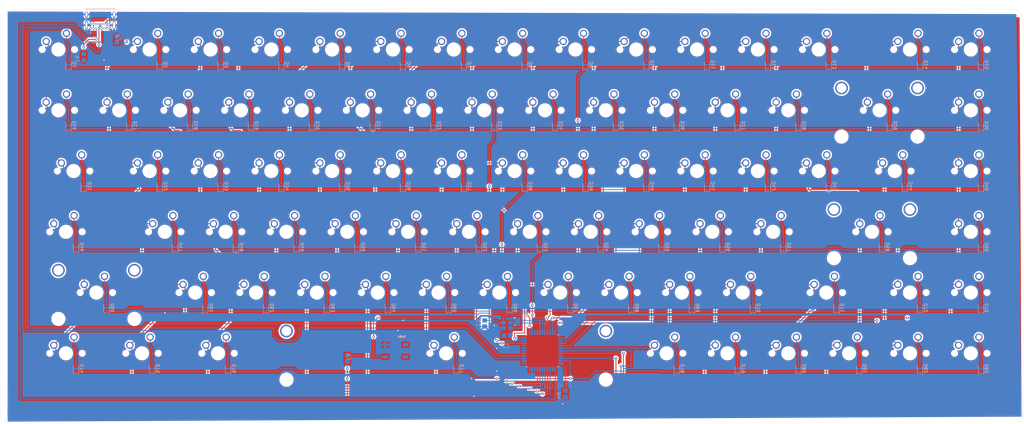
<source format=kicad_pcb>
(kicad_pcb (version 20221018) (generator pcbnew)
  (layers (0 "F.Cu" signal) (31 "B.Cu" signal) (34 "B.Paste" user) (35 "F.Paste" user) (36 "B.SilkS" user "B.Silkscreen") (37 "F.SilkS" user "F.Silkscreen") (38 "B.Mask" user) (39 "F.Mask" user) (44 "Edge.Cuts" user))
  (net 0 "")
  (net 1 "Net-(D1-A)")
  (net 2 "Net-(D2-A)")
  (net 3 "Net-(D3-A)")
  (net 4 "Net-(D4-A)")
  (net 5 "Net-(D5-A)")
  (net 6 "Net-(D6-A)")
  (net 7 "Net-(D7-A)")
  (net 8 "Net-(D8-A)")
  (net 9 "Net-(D9-A)")
  (net 10 "Net-(D10-A)")
  (net 11 "Net-(D11-A)")
  (net 12 "Net-(D12-A)")
  (net 13 "Net-(D13-A)")
  (net 14 "Net-(D14-A)")
  (net 15 "Net-(D15-A)")
  (net 16 "Net-(D16-A)")
  (net 17 "Net-(D17-A)")
  (net 18 "Net-(D18-A)")
  (net 19 "Net-(D19-A)")
  (net 20 "Net-(D20-A)")
  (net 21 "Net-(D21-A)")
  (net 22 "Net-(D22-A)")
  (net 23 "Net-(D23-A)")
  (net 24 "Net-(D24-A)")
  (net 25 "Net-(D25-A)")
  (net 26 "Net-(D26-A)")
  (net 27 "Net-(D27-A)")
  (net 28 "Net-(D28-A)")
  (net 29 "Net-(D29-A)")
  (net 30 "Net-(D30-A)")
  (net 31 "Net-(D31-A)")
  (net 32 "Net-(D32-A)")
  (net 33 "Net-(D33-A)")
  (net 34 "Net-(D34-A)")
  (net 35 "Net-(D35-A)")
  (net 36 "Net-(D36-A)")
  (net 37 "Net-(D37-A)")
  (net 38 "Net-(D38-A)")
  (net 39 "Net-(D39-A)")
  (net 40 "Net-(D40-A)")
  (net 41 "Net-(D41-A)")
  (net 42 "Net-(D42-A)")
  (net 43 "Net-(D43-A)")
  (net 44 "Net-(D44-A)")
  (net 45 "Net-(D45-A)")
  (net 46 "Net-(D46-A)")
  (net 47 "Net-(D47-A)")
  (net 48 "Net-(D48-A)")
  (net 49 "Net-(D49-A)")
  (net 50 "Net-(D50-A)")
  (net 51 "Net-(D51-A)")
  (net 52 "Net-(D52-A)")
  (net 53 "Net-(D53-A)")
  (net 54 "Net-(D54-A)")
  (net 55 "Net-(D55-A)")
  (net 56 "Net-(D56-A)")
  (net 57 "Net-(D57-A)")
  (net 58 "Net-(D58-A)")
  (net 59 "Net-(D59-A)")
  (net 60 "Net-(D60-A)")
  (net 61 "Net-(D61-A)")
  (net 62 "Net-(D62-A)")
  (net 63 "Net-(D63-A)")
  (net 64 "Net-(D64-A)")
  (net 65 "Net-(D65-A)")
  (net 66 "Net-(D66-A)")
  (net 67 "Net-(D67-A)")
  (net 68 "Net-(D68-A)")
  (net 69 "Net-(D69-A)")
  (net 70 "Net-(D70-A)")
  (net 71 "Net-(D71-A)")
  (net 72 "Net-(D72-A)")
  (net 73 "Net-(D73-A)")
  (net 74 "Net-(D74-A)")
  (net 75 "Net-(D75-A)")
  (net 76 "Net-(D76-A)")
  (net 77 "Net-(D77-A)")
  (net 78 "Net-(D78-A)")
  (net 79 "Net-(D79-A)")
  (net 80 "Net-(D80-A)")
  (net 81 "Net-(D81-A)")
  (net 82 "Net-(D82-A)")
  (net 83 "Net-(D83-A)")
  (net 87 "VCCUSB")
  (net 102 "ROW0")
  (net 103 "ROW1")
  (net 104 "ROW2")
  (net 105 "ROW4")
  (net 106 "ROW5")
  (net 107 "COL0")
  (net 108 "COL1")
  (net 109 "COL2")
  (net 110 "COL3")
  (net 111 "COL4")
  (net 112 "COL5")
  (net 113 "COL6")
  (net 114 "COL7")
  (net 115 "COL8")
  (net 116 "COL9")
  (net 117 "COL10")
  (net 118 "COL12")
  (net 119 "COL13")
  (net 120 "COL14")
  (net 121 "COL11")
  (net 122 "ROW3")
  (net 123 "GND")
  (net 124 "Net-(J1-CC1)")
  (net 126 "Net-(J1-CC2)")
  (net 128 "DPLUS")
  (net 129 "DMINUS")
  (net 130 "Net-(U1-XTAL2)")
  (net 131 "Net-(U1-XTAL1)")
  (net 133 "Net-(U1-~{RESET})")
  (net 134 "Net-(U1-PE2)")
  (footprint "marbastlib-mx:SW_MX_1u" (layer "F.Cu") (at 382.5875 83.34375)
    (fp_text reference "SW47" hide)
    (fp_text value "MX_SW_solder" hide)
  )
  (footprint "marbastlib-mx:SW_MX_1u" (layer "F.Cu") (at 615.95 26.19375)
    (fp_text reference "SW14" hide)
    (fp_text value "MX_SW_solder" hide)
  )
  (footprint "marbastlib-mx:SW_MX_1u" (layer "F.Cu") (at 368.3 45.24375)
    (fp_text reference "SW17" hide)
    (fp_text value "MX_SW_solder" hide)
  )
  (footprint "marbastlib-mx:SW_MX_1u" (layer "F.Cu") (at 463.55 45.24375)
    (fp_text reference "SW22" hide)
    (fp_text value "MX_SW_solder" hide)
  )
  (footprint "marbastlib-mx:SW_MX_1.25u" (layer "F.Cu") (at 375.44375 121.44375)
    (fp_text reference "SW75" hide)
    (fp_text value "MX_SW_solder" hide)
  )
  (footprint "marbastlib-mx:SW_MX_1u" (layer "F.Cu") (at 558.8 121.44375)
    (fp_text reference "SW79" hide)
    (fp_text value "MX_SW_solder" hide)
  )
  (footprint "marbastlib-mx:SW_MX_1u" (layer "F.Cu") (at 415.925 64.29375)
    (fp_text reference "SW34" hide)
    (fp_text value "MX_SW_solder" hide)
  )
  (footprint "marbastlib-mx:SW_MX_1u" (layer "F.Cu") (at 361.15625 102.39375)
    (fp_text reference "SW60" hide)
    (fp_text value "MX_SW_solder" hide)
  )
  (footprint "marbastlib-mx:SW_MX_1u" (layer "F.Cu") (at 635 45.24375)
    (fp_text reference "SW30" hide)
    (fp_text value "MX_SW_solder" hide)
  )
  (footprint "marbastlib-mx:SW_MX_1u" (layer "F.Cu") (at 396.875 64.29375)
    (fp_text reference "SW33" hide)
    (fp_text value "MX_SW_solder" hide)
  )
  (footprint "marbastlib-mx:SW_MX_1u" (layer "F.Cu") (at 454.025 64.29375)
    (fp_text reference "SW36" hide)
    (fp_text value "MX_SW_solder" hide)
  )
  (footprint "marbastlib-mx:SW_MX_1u" (layer "F.Cu") (at 615.95 102.39375)
    (fp_text reference "SW72" hide)
    (fp_text value "MX_SW_solder" hide)
  )
  (footprint "marbastlib-mx:SW_MX_1u" (layer "F.Cu") (at 635 26.19375)
    (fp_text reference "SW15" hide)
    (fp_text value "MX_SW_solder" hide)
  )
  (footprint "marbastlib-mx:SW_MX_1u" (layer "F.Cu") (at 449.2625 102.39375)
    (fp_text reference "SW64" hide)
    (fp_text value "MX_SW_solder" hide)
  )
  (footprint "marbastlib-mx:SW_MX_1u" (layer "F.Cu") (at 615.95 121.44375)
    (fp_text reference "SW82" hide)
    (fp_text value "MX_SW_solder" hide)
  )
  (footprint "marbastlib-mx:SW_MX_1u" (layer "F.Cu") (at 406.4 45.24375)
    (fp_text reference "SW19" hide)
    (fp_text value "MX_SW_solder" hide)
  )
  (footprint "marbastlib-mx:SW_MX_1u" (layer "F.Cu") (at 635 102.39375)
    (fp_text reference "SW73" hide)
    (fp_text value "MX_SW_solder" hide)
  )
  (footprint "marbastlib-mx:SW_MX_1u" (layer "F.Cu") (at 568.325 26.19375)
    (fp_text reference "SW12" hide)
    (fp_text value "MX_SW_solder" hide)
  )
  (footprint "marbastlib-mx:SW_MX_1u" (layer "F.Cu") (at 520.7 45.24375)
    (fp_text reference "SW25" hide)
    (fp_text value "MX_SW_solder" hide)
  )
  (footprint "marbastlib-mx:SW_MX_1u" (layer "F.Cu") (at 558.8 45.24375)
    (fp_text reference "SW27" hide)
    (fp_text value "MX_SW_solder" hide)
  )
  (footprint "marbastlib-mx:SW_MX_1u" (layer "F.Cu") (at 420.6875 83.34375)
    (fp_text reference "SW49" hide)
    (fp_text value "MX_SW_solder" hide)
  )
  (footprint "marbastlib-mx:SW_MX_1u" (layer "F.Cu") (at 492.125 64.29375)
    (fp_text reference "SW38" hide)
    (fp_text value "MX_SW_solder" hide)
  )
  (footprint "marbastlib-mx:SW_MX_1.5u" (layer "F.Cu") (at 611.1875 64.29375)
    (fp_text reference "SW44" hide)
    (fp_text value "MX_SW_solder" hide)
  )
  (footprint "marbastlib-mx:SW_MX_1u" (layer "F.Cu") (at 434.975 26.19375)
    (fp_text reference "SW5" hide)
    (fp_text value "MX_SW_solder" hide)
  )
  (footprint "marbastlib-mx:SW_MX_1u" (layer "F.Cu") (at 554.0375 83.34375)
    (fp_text reference "SW56" hide)
    (fp_text value "MX_SW_solder" hide)
  )
  (footprint "marbastlib-mx:SW_MX_1u" (layer "F.Cu") (at 515.9375 83.34375)
    (fp_text reference "SW54" hide)
    (fp_text value "MX_SW_solder" hide)
  )
  (footprint "marbastlib-mx:SW_MX_1u" (layer "F.Cu") (at 487.3625 102.39375)
    (fp_text reference "SW66" hide)
    (fp_text value "MX_SW_solder" hide)
  )
  (footprint "marbastlib-mx:SW_MX_1u" (layer "F.Cu") (at 482.6 45.24375)
    (fp_text reference "SW23" hide)
    (fp_text value "MX_SW_solder" hide)
  )
  (footprint "marbastlib-mx:SW_MX_1u" (layer "F.Cu") (at 415.925 26.19375)
    (fp_text reference "SW4" hide)
    (fp_text value "MX_SW_solder" hide)
  )
  (footprint "marbastlib-mx:SW_MX_1u" (layer "F.Cu") (at 470.69375 121.44375)
    (fp_text reference "SW77" hide)
    (fp_text value "MX_SW_solder" hide)
  )
  (footprint "marbastlib-mx:SW_MX_1u" (layer "F.Cu") (at 635 83.34375)
    (fp_text reference "SW59" hide)
    (fp_text value "MX_SW_solder" hide)
  )
  (footprint "marbastlib-mx:STAB_MX_P_6.25u" (layer "F.Cu") (at 470.69375 121.44375)
    (fp_text reference "S2" hide)
    (fp_text value "MX_stab")
  )
  (footprint "marbastlib-mx:SW_MX_1u" (layer "F.Cu") (at 454.025 26.19375)
    (fp_text reference "SW6" hide)
    (fp_text value "MX_SW_solder" hide)
  )
  (footprint "marbastlib-mx:SW_MX_1u" (layer "F.Cu") (at 468.3125 102.39375)
    (fp_text reference "SW65" hide)
    (fp_text value "MX_SW_solder" hide)
  )
  (footprint "marbastlib-mx:SW_MX_1u" (layer "F.Cu") (at 492.125 26.19375)
    (fp_text reference "SW8" hide)
    (fp_text value "MX_SW_solder" hide)
  )
  (footprint "marbastlib-mx:SW_MX_1u" (layer "F.Cu") (at 525.4625 102.39375)
    (fp_text reference "SW68" hide)
    (fp_text value "MX_SW_solder" hide)
  )
  (footprint "marbastlib-mx:SW_MX_1u" (layer "F.Cu") (at 635 64.29375)
    (fp_text reference "SW45" hide)
    (fp_text value "MX_SW_solder" hide)
  )
  (footprint "marbastlib-mx:SW_MX_1u" (layer "F.Cu") (at 606.425 45.24375)
    (fp_text reference "SW29" hide)
    (fp_text value "MX_SW_solder" hide)
  )
  (footprint "marbastlib-mx:SW_MX_1u" (layer "F.Cu") (at 549.275 26.19375)
    (fp_text reference "SW11" hide)
    (fp_text value "MX_SW_solder" hide)
  )
  (footprint "marbastlib-mx:SW_MX_1u" (layer "F.Cu") (at 392.1125 102.39375)
    (fp_text reference "SW61" hide)
    (fp_text value "MX_SW_solder" hide)
  )
  (footprint "marbastlib-mx:SW_MX_1u" (layer "F.Cu") (at 396.875 26.19375)
    (fp_text reference "SW3" hide)
    (fp_text value "MX_SW_solder" hide)
  )
  (footprint "marbastlib-mx:SW_MX_1u" (layer "F.Cu") (at 587.375 26.19375)
    (fp_text reference "SW13" hide)
    (fp_text value "MX_SW_solder" hide)
  )
  (footprint "marbastlib-mx:SW_MX_1u" (layer "F.Cu") (at 544.5125 102.39375)
    (fp_text reference "SW69" hide)
    (fp_text value "MX_SW_solder" hide)
  )
  (footprint "marbastlib-mx:SW_MX_1u" (layer "F.Cu") (at 377.825 26.19375)
    (fp_text reference "SW2" hide)
    (fp_text value "MX_SW_solder" hide)
  )
  (footprint "marbastlib-mx:SW_MX_1u" (layer "F.Cu") (at 539.75 45.24375)
    (fp_text reference "SW26" hide)
    (fp_text value "MX_SW_solder" hide)
  )
  (footprint "marbastlib-mx:SW_MX_1u" (layer "F.Cu") (at 573.0875 83.34375)
    (fp_text reference "SW57" hide)
    (fp_text value "MX_SW_solder" hide)
  )
  (footprint "marbastlib-mx:SW_MX_1u" (layer "F.Cu") (at 635 121.44375)
    (fp_text reference "SW83" hide)
    (fp_text value "MX_SW_solder" hide)
  )
  (footprint "marbastlib-mx:SW_MX_1u" (layer "F.Cu") (at 444.5 45.24375)
    (fp_text reference "SW21" hide)
    (fp_text value "MX_SW_solder" hide)
  )
  (footprint "marbastlib-mx:SW_MX_1u" (layer "F.Cu") (at 473.075 64.29375)
    (fp_text reference "SW37" hide)
    (fp_text value "MX_SW_solder" hide)
  )
  (footprint "marbastlib-mx:SW_MX_1u" (layer "F.Cu") (at 577.85 45.24375)
    (fp_text reference "SW28" hide)
    (fp_text value "MX_SW_solder" hide)
  )
  (footprint "marbastlib-mx:SW_MX_1u" (layer "F.Cu") (at 604.04375 83.34375)
    (fp_text reference "SW58" hide)
    (fp_text value "MX_SW_solder" hide)
  )
  (footprint "marbastlib-mx:SW_MX_1u" (layer "F.Cu") (at 530.225 64.29375)
    (fp_text reference "SW40" hide)
    (fp_text value "MX_SW_solder" hide)
  )
  (footprint "marbastlib-mx:SW_MX_1u" (layer "F.Cu") (at 425.45 45.24375)
    (fp_text reference "SW20" hide)
    (fp_text value "MX_SW_solder" hide)
  )
  (footprint "marbastlib-mx:SW_MX_1u" (layer "F.Cu") (at 477.8375 83.34375)
    (fp_text reference "SW52" hide)
    (fp_text value "MX_SW_solder" hide)
  )
  (footprint "marbastlib-mx:SW_MX_1u" (layer "F.Cu") (at 530.225 26.19375)
    (fp_text reference "SW10" hide)
    (fp_text value "MX_SW_solder" hide)
  )
  (footprint "marbastlib-mx:SW_MX_1u" (layer "F.Cu") (at 534.9875 83.34375)
    (fp_text reference "SW55" hide)
    (fp_text value "MX_SW_solder" hide)
  )
  (footprint "marbastlib-mx:SW_MX_1u" (layer "F.Cu") (at 401.6375 83.34375)
    (fp_text reference "SW48" hide)
    (fp_text value "MX_SW_solder" hide)
  )
  (footprint "marbastlib-mx:SW_MX_1.25u" (layer "F.Cu") (at 399.25625 121.44375)
    (fp_text reference "SW76" hide)
    (fp_text value "MX_SW_solder" hide)
  )
  (footprint "marbastlib-mx:SW_MX_1u" (layer "F.Cu") (at 577.85 121.44375)
    (fp_text reference "SW80" hide)
    (fp_text value "MX_SW_solder" hide)
  )
  (footprint "marbastlib-mx:STAB_MX_P_2.25u" (layer "F.Cu") (at 361.15625 102.39375)
    (fp_text reference "S1" hide)
    (fp_text value "MX_stab")
  )
  (footprint "marbastlib-mx:SW_MX_1u" (layer "F.Cu") (at 506.4125 102.39375)
    (fp_text reference "SW67" hide)
    (fp_text value "MX_SW_solder" hide)
  )
  (footprint "marbastlib-mx:SW_MX_1u" (layer "F.Cu") (at 458.7875 83.34375)
    (fp_text reference "SW51" hide)
    (fp_text value "MX_SW_solder" hide)
  )
  (footprint "marbastlib-mx:SW_MX_1u" (layer "F.Cu") (at 430.2125 102.39375)
    (fp_text reference "SW63" hide)
    (fp_text value "MX_SW_solder" hide)
  )
  (footprint "marbastlib-mx:SW_MX_1.25u" (layer "F.Cu") (at 351.63125 121.44375)
    (fp_text reference "SW74" hide)
    (fp_text value "MX_SW_solder" hide)
  )
  (footprint "marbastlib-mx:SW_MX_1u" (layer "F.Cu") (at 549.275 64.29375)
    (fp_text reference "SW41" hide)
    (fp_text value "MX_SW_solder" hide)
  )
  (footprint "marbastlib-mx:SW_MX_1u" (layer "F.Cu") (at 411.1625 102.39375)
    (fp_text reference "SW62" hide)
    (fp_text value "MX_SW_solder" hide)
  )
  (footprint "marbastlib-mx:SW_MX_1u" (layer "F.Cu") (at 511.175 26.19375)
    (fp_text reference "SW9" hide)
    (fp_text value "MX_SW_solder" hide)
  )
  (footprint "marbastlib-mx:SW_MX_1u" (layer "F.Cu") (at 568.325 64.29375)
    (fp_text reference "SW42" hide)
    (fp_text value "MX_SW_solder" hide)
  )
  (footprint "marbastlib-mx:SW_MX_1u" (layer "F.Cu") (at 501.65 45.24375)
    (fp_text reference "SW24" hide)
    (fp_text value "MX_SW_solder" hide)
  )
  (footprint "marbastlib-mx:SW_MX_1u" (layer "F.Cu") (at 511.175 64.29375)
    (fp_text reference "SW39" hide)
    (fp_text value "MX_SW_solder" hide)
  )
  (footprint "marbastlib-mx:STAB_MX_P_2u" (layer "F.Cu") (at 606.425 45.24375)
    (fp_text reference "S4" hide)
    (fp_text value "MX_stab")
  )
  (footprint "marbastlib-mx:SW_MX_1u" (layer "F.Cu") (at 496.8875 83.34375)
    (fp_text reference "SW53" hide)
    (fp_text value "MX_SW_solder" hide)
  )
  (footprint "marbastlib-mx:SW_MX_1.75u" (layer "F.Cu") (at 589.75625 102.39375)
    (fp_text reference "SW71" hide)
    (fp_text value "MX_SW_solder" hide)
  )
  (footprint "marbastlib-mx:SW_MX_1u" (layer "F.Cu") (at 596.9 121.44375)
    (fp_text reference "SW81" hide)
    (fp_text value "MX_SW_solder" hide)
  )
  (footprint "marbastlib-mx:SW_MX_1u" (layer "F.Cu") (at 387.35 45.24375)
    (fp_text reference "SW18" hide)
    (fp_text value "MX_SW_solder" hide)
  )
  (footprint "marbastlib-mx:SW_MX_1u" (layer "F.Cu") (at 439.7375 83.34375)
    (fp_text reference "SW50" hide)
    (fp_text value "MX_SW_solder" hide)
  )
  (footprint "marbastlib-mx:STAB_MX_P_2.25u" (layer "F.Cu") (at 604.04375 83.34375)
    (fp_text reference "S3" hide)
    (fp_text value "MX_stab")
  )
  (footprint "marbastlib-mx:SW_MX_1.75u" (layer "F.Cu") (at 351.63125 83.34375)
    (fp_text reference "SW46" hide)
    (fp_text value "MX_SW_solder" hide)
  )
  (footprint "marbastlib-mx:SW_MX_1u" (layer "F.Cu") (at 539.75 121.44375)
    (fp_text reference "SW78" hide)
    (fp_text value "MX_SW_solder" hide)
  )
  (footprint "marbastlib-mx:SW_MX_1u" (layer "F.Cu") (at 563.5625 102.39375)
    (fp_text reference "SW70" hide)
    (fp_text value "MX_SW_solder" hide)
  )
  (footprint "marbastlib-mx:SW_MX_1u" (layer "F.Cu") (at 434.975 64.29375)
    (fp_text reference "SW35" hide)
    (fp_text value "MX_SW_solder" hide)
  )
  (footprint "marbastlib-mx:SW_MX_1.5u" (layer "F.Cu") (at 354.0125 64.29375)
    (fp_text reference "SW31" hide)
    (fp_text value "MX_SW_solder" hide)
  )
  (footprint "marbastlib-mx:SW_MX_1u" (layer "F.Cu") (at 349.25 26.19375)
    (fp_text reference "SW1" hide)
    (fp_text value "MX_SW_solder" hide)
  )
  (footprint "marbastlib-mx:SW_MX_1u" (layer "F.Cu") (at 473.075 26.19375)
    (fp_text reference "SW7" hide)
    (fp_text value "MX_SW_solder" hide)
  )
  (footprint "marbastlib-mx:SW_MX_1u" (layer "F.Cu") (at 377.825 64.29375)
    (fp_text reference "SW32" hide)
    (fp_text value "MX_SW_solder" hide)
  )
  (footprint "marbastlib-mx:SW_MX_1u" (layer "F.Cu") (at 587.375 64.29375)
    (fp_text reference "SW43" hide)
    (fp_text value "MX_SW_solder" hide)
  )
  (footprint "marbastlib-mx:SW_MX_1u" (layer "F.Cu") (at 349.25 45.24375)
    (fp_text reference "SW16" hide)
    (fp_text value "MX_SW_solder" hide)
  )
  (footprint "Diode_SMD:D_SOD-323" (layer "B.Cu") (at 547.6875 107.15625 90)
    (fp_text reference "D69")
    (fp_text value "D_Small")
  )
  (footprint "Diode_SMD:D_SOD-323" (layer "B.Cu") (at 638.175 88.10625 90)
    (fp_text reference "D59")
    (fp_text value "D_Small")
  )
  (footprint "Keyboard:R0805" (layer "B.Cu") (at 508 134.14375 -90)
    (fp_text reference "R4")
    (fp_text value "10k")
  )
  (footprint "Diode_SMD:D_SOD-323" (layer "B.Cu") (at 514.35 69.05625 90)
    (fp_text reference "D39")
    (fp_text value "D_Small")
  )
  (footprint "Diode_SMD:D_SOD-323" (layer "B.Cu") (at 438.15 69.05625 90)
    (fp_text reference "D35")
    (fp_text value "D_Small")
  )
  (footprint "Diode_SMD:D_SOD-323" (layer "B.Cu") (at 419.1 30.95625 90)
    (fp_text reference "D4")
    (fp_text value "D_Small")
  )
  (footprint "Diode_SMD:D_SOD-323" (layer "B.Cu") (at 452.4375 107.15625 90)
    (fp_text reference "D64")
    (fp_text value "D_Small")
  )
  (footprint "Diode_SMD:D_SOD-323" (layer "B.Cu") (at 600.075 126.20625 90)
    (fp_text reference "D81")
    (fp_text value "D_Small")
  )
  (footprint "Diode_SMD:D_SOD-323" (layer "B.Cu") (at 457.2 69.05625 90)
    (fp_text reference "D36")
    (fp_text value "D_Small")
  )
  (footprint "Diode_SMD:D_SOD-323" (layer "B.Cu") (at 457.2 30.95625 90)
    (fp_text reference "D6")
    (fp_text value "D_Small")
  )
  (footprint "Diode_SMD:D_SOD-323" (layer "B.Cu") (at 519.1125 88.10625 90)
    (fp_text reference "D54")
    (fp_text value "D_Small")
  )
  (footprint "Diode_SMD:D_SOD-323" (layer "B.Cu") (at 552.45 69.05625 90)
    (fp_text reference "D41")
    (fp_text value "D_Small")
  )
  (footprint "Diode_SMD:D_SOD-323" (layer "B.Cu") (at 533.4 30.95625 90)
    (fp_text reference "D10")
    (fp_text value "D_Small")
  )
  (footprint "Diode_SMD:D_SOD-323" (layer "B.Cu") (at 352.425 50.00625 90)
    (fp_text reference "D16")
    (fp_text value "D_Small")
  )
  (footprint "Diode_SMD:D_SOD-323" (layer "B.Cu") (at 490.5375 107.15625 90)
    (fp_text reference "D66")
    (fp_text value "D_Small")
  )
  (footprint "Diode_SMD:D_SOD-323" (layer "B.Cu") (at 533.4 69.05625 90)
    (fp_text reference "D40")
    (fp_text value "D_Small")
  )
  (footprint "Diode_SMD:D_SOD-323" (layer "B.Cu") (at 447.675 50.00625 90)
    (fp_text reference "D21")
    (fp_text value "D_Small")
  )
  (footprint "Diode_SMD:D_SOD-323" (layer "B.Cu") (at 381 30.95625 90)
    (fp_text reference "D2")
    (fp_text value "D_Small")
  )
  (footprint "Diode_SMD:D_SOD-323" (layer "B.Cu") (at 423.8625 88.10625 90)
    (fp_text reference "D49")
    (fp_text value "D_Small")
  )
  (footprint "Diode_SMD:D_SOD-323" (layer "B.Cu") (at 514.35 30.95625 90)
    (fp_text reference "D9")
    (fp_text value "D_Small")
  )
  (footprint "marbastlib:SW_TL3342F160QG_TR" (layer "B.Cu") (at 454.81875 120.65 180)
    (fp_text reference "SW84")
    (fp_text value "TL3342F160QG/TR")
  )
  (footprint "Diode_SMD:D_SOD-323" (layer "B.Cu") (at 619.125 126.20625 90)
    (fp_text reference "D82")
    (fp_text value "D_Small")
  )
  (footprint "Diode_SMD:D_SOD-323" (layer "B.Cu") (at 385.7625 88.10625 90)
    (fp_text reference "D47")
    (fp_text value "D_Small")
  )
  (footprint "Diode_SMD:D_SOD-323" (layer "B.Cu") (at 638.175 30.95625 90)
    (fp_text reference "D15")
    (fp_text value "D_Small")
  )
  (footprint "Diode_SMD:D_SOD-323" (layer "B.Cu") (at 357.1875 69.05625 90)
    (fp_text reference "D31")
    (fp_text value "D_Small")
  )
  (footprint "Diode_SMD:D_SOD-323" (layer "B.Cu") (at 471.4875 107.15625 90)
    (fp_text reference "D65")
    (fp_text value "D_Small")
  )
  (footprint "Keyboard:C0805" (layer "B.Cu") (at 482.7582 112.075 -90)
    (fp_text reference "C1")
    (fp_text value "22uF")
  )
  (footprint "Diode_SMD:D_SOD-323" (layer "B.Cu") (at 371.475 50.00625 90)
    (fp_text reference "D17")
    (fp_text value "D_Small")
  )
  (footprint "Diode_SMD:D_SOD-323" (layer "B.Cu") (at 571.5 69.05625 90)
    (fp_text reference "D42")
    (fp_text value "D_Small")
  )
  (footprint "Diode_SMD:D_SOD-323" (layer "B.Cu") (at 566.7375 107.15625 90)
    (fp_text reference "D70")
    (fp_text value "D_Small")
  )
  (footprint "Diode_SMD:D_SOD-323" (layer "B.Cu") (at 500.0625 88.10625 90)
    (fp_text reference "D53")
    (fp_text value "D_Small")
  )
  (footprint "Diode_SMD:D_SOD-323" (layer "B.Cu") (at 509.5875 107.15625 90)
    (fp_text reference "D67")
    (fp_text value "D_Small")
  )
  (footprint "Diode_SMD:D_SOD-323" (layer "B.Cu") (at 354.80625 88.10625 90)
    (fp_text reference "D46")
    (fp_text value "D_Small")
  )
  (footprint "Diode_SMD:D_SOD-323" (layer "B.Cu") (at 619.125 107.15625 90)
    (fp_text reference "D72")
    (fp_text value "D_Small")
  )
  (footprint "Diode_SMD:D_SOD-323" (layer "B.Cu") (at 609.6 50.00625 90)
    (fp_text reference "D29")
    (fp_text value "D_Small")
  )
  (footprint "Diode_SMD:D_SOD-323" (layer "B.Cu") (at 481.0125 88.10625 90)
    (fp_text reference "D52")
    (fp_text value "D_Small")
  )
  (footprint "Diode_SMD:D_SOD-323" (layer "B.Cu") (at 538.1625 88.10625 90)
    (fp_text reference "D55")
    (fp_text value "D_Small")
  )
  (footprint "Diode_SMD:D_SOD-323" (layer "B.Cu") (at 400.05 30.95625 90)
    (fp_text reference "D3")
    (fp_text value "D_Small")
  )
  (footprint "kicad-ATmega32U4-master:ATmega32U4" (layer "B.Cu") (at 500.85625 120.65)
    (fp_text reference "U1")
    (fp_text value "ATMEGA32U4")
  )
  (footprint "Diode_SMD:D_SOD-323" (layer "B.Cu") (at 592.93125 107.15625 90)
    (fp_text reference "D71")
    (fp_text value "D_Small")
  )
  (footprint "Diode_SMD:D_SOD-323" (layer "B.Cu") (at 638.175 107.15625 90)
    (fp_text reference "D73")
    (fp_text value "D_Small")
  )
  (footprint "Diode_SMD:D_SOD-323" (layer "B.Cu") (at 638.175 126.20625 90)
    (fp_text reference "D83")
    (fp_text value "D_Small")
  )
  (footprint "Diode_SMD:D_SOD-323" (layer "B.Cu") (at 523.875 50.00625 90)
    (fp_text reference "D25")
    (fp_text value "D_Small")
  )
  (footprint "Keyboard:R0805" (layer "B.Cu") (at 367.50625 23.01875 90)
    (fp_text reference "R2")
    (fp_text value "R_Small")
  )
  (footprint "Diode_SMD:D_SOD-323" (layer "B.Cu") (at 378.61875 126.20625 90)
    (fp_text reference "D75")
    (fp_text value "D_Small")
  )
  (footprint "Diode_SMD:D_SOD-323" (layer "B.Cu") (at 504.825 50.00625 90)
    (fp_text reference "D24")
    (fp_text value "D_Small")
  )
  (footprint "Diode_SMD:D_SOD-323" (layer "B.Cu") (at 476.25 30.95625 90)
    (fp_text reference "D7")
    (fp_text value "D_Small")
  )
  (footprint "Diode_SMD:D_SOD-323" (layer "B.Cu") (at 528.6375 107.15625 90)
    (fp_text reference "D68")
    (fp_text value "D_Small")
  )
  (footprint "Diode_SMD:D_SOD-323" (layer "B.Cu") (at 557.2125 88.10625 90)
    (fp_text reference "D56")
    (fp_text value "D_Small")
  )
  (footprint "Keyboard:R0805" (layer "B.Cu") (at 357.1875 28.575 -90)
    (fp_text reference "R1")
    (fp_text value "R_Small")
  )
  (footprint "Diode_SMD:D_SOD-323" (layer "B.Cu") (at 576.2625 88.10625 90)
    (fp_text reference "D57")
    (fp_text value "D_Small")
  )
  (footprint "Diode_SMD:D_SOD-323" (layer "B.Cu") (at 390.525 50.00625 90)
    (fp_text reference "D18")
    (fp_text value "D_Small")
  )
  (footprint "Diode_SMD:D_SOD-323" (layer "B.Cu") (at 542.925 126.20625 90)
    (fp_text reference "D78")
    (fp_text value "D_Small")
  )
  (footprint "Diode_SMD:D_SOD-323" (layer "B.Cu") (at 638.175 50.00625 90)
    (fp_text reference "D30")
    (fp_text value "D_Small")
  )
  (footprint "Diode_SMD:D_SOD-323" (layer "B.Cu") (at 466.725 50.00625 90)
    (fp_text reference "D22")
    (fp_text value "D_Small")
  )
  (footprint "Diode_SMD:D_SOD-323" (layer "B.Cu") (at 409.575 50.00625 90)
    (fp_text reference "D19")
    (fp_text value "D_Small")
  )
  (footprint "Diode_SMD:D_SOD-323" (layer "B.Cu") (at 638.175 69.05625 90)
    (fp_text reference "D45")
    (fp_text value "D_Small")
  )
  (footprint "Diode_SMD:D_SOD-323" (layer "B.Cu") (at 364.33125 107.15625 90)
    (fp_text reference "D60")
    (fp_text value "D_Small")
  )
  (footprint "Diode_SMD:D_SOD-323" (layer "B.Cu") (at 354.80625 126.20625 90)
    (fp_text reference "D74")
    (fp_text value "D_Small")
  )
  (footprint "Diode_SMD:D_SOD-323" (layer "B.Cu") (at 476.25 69.05625 90)
    (fp_text reference "D37")
    (fp_text value "D_Small")
  )
  (footprint "Diode_SMD:D_SOD-323" (layer "B.Cu") (at 542.925 50.00625 90)
    (fp_text reference "D26")
    (fp_text value "D_Small")
  )
  (footprint "Diode_SMD:D_SOD-323" (layer "B.Cu") (at 619.125 30.95625 90)
    (fp_text reference "D14")
    (fp_text value "D_Small")
  )
  (footprint "Diode_SMD:D_SOD-323" (layer "B.Cu") (at 352.425 30.95625 90)
    (fp_text reference "D1")
    (fp_text value "D_Small")
  )
  (footprint "Diode_SMD:D_SOD-323" (layer "B.Cu") (at 428.625 50.00625 90)
    (fp_text reference "D20")
    (fp_text value "D_Small")
  )
  (footprint "Diode_SMD:D_SOD-323" (layer "B.Cu") (at 571.5 30.95625 90)
    (fp_text reference "D12")
    (fp_text value "D_Small")
  )
  (footprint "Diode_SMD:D_SOD-323" (layer "B.Cu") (at 404.8125 88.10625 90)
    (fp_text reference "D48")
    (fp_text value "D_Small")
  )
  (footprint "Diode_SMD:D_SOD-323" (layer "B.Cu") (at 590.55 69.05625 90)
    (fp_text reference "D43")
    (fp_text value "D_Small")
  )
  (footprint "Diode_SMD:D_SOD-323" (layer "B.Cu") (at 395.2875 107.15625 90)
    (fp_text reference "D61")
    (fp_text value "D_Small")
  )
  (footprint "Diode_SMD:D_SOD-323" (layer "B.Cu") (at 552.45 30.95625 90)
    (fp_text reference "D11")
    (fp_text value "D_Small")
  )
  (footprint "Diode_SMD:D_SOD-323" (layer "B.Cu") (at 614.3625 69.05625 90)
    (fp_text reference "D44")
    (fp_text value "D_Small")
  )
  (footprint "Diode_SMD:D_SOD-323" (layer "B.Cu") (at 402.43125 126.20625 90)
    (fp_text reference "D76")
    (fp_text value "D_Small")
  )
  (footprint "Diode_SMD:D_SOD-323" (layer "B.Cu") (at 590.55 30.95625 90)
    (fp_text reference "D13")
    (fp_text value "D_Small")
  )
  (footprint "Diode_SMD:D_SOD-323" (layer "B.Cu") (at 419.1 69.05625 90)
    (fp_text reference "D34")
    (fp_text value "D_Small")
  )
  (footprint "Diode_SMD:D_SOD-323" (layer "B.Cu") (at 485.775 50.00625 90)
    (fp_text reference "D23")
    (fp_text value "D_Small")
  )
  (footprint "Diode_SMD:D_SOD-323" (layer "B.Cu") (at 442.9125 88.10625 90)
    (fp_text reference "D50")
    (fp_text value "D_Small")
  )
  (footprint "Diode_SMD:D_SOD-323" (layer "B.Cu") (at 381 69.05625 90)
    (fp_text reference "D32")
    (fp_text value "D_Small")
  )
  (footprint "Diode_SMD:D_SOD-323" (layer "B.Cu") (at 400.05 69.05625 90)
    (fp_text reference "D33")
    (fp_text value "D_Small")
  )
  (footprint "Diode_SMD:D_SOD-323" (layer "B.Cu") (at 414.3375 107.15625 90)
    (fp_text reference "D62")
    (fp_text value "D_Small")
  )
  (footprint "Diode_SMD:D_SOD-323" (layer "B.Cu") (at 607.21875 88.10625 90)
    (fp_text reference "D58")
    (fp_text value "D_Small")
  )
  (footprint "Diode_SMD:D_SOD-323" (layer "B.Cu") (at 561.975 126.20625 90)
    (fp_text reference "D79")
    (fp_text value "D_Small")
  )
  (footprint "Diode_SMD:D_SOD-323" (layer "B.Cu") (at 438.15 30.95625 90)
    (fp_text reference "D5")
    (fp_text value "D_Small")
  )
  (footprint "Keyboard:R0805" (layer "B.Cu") (at 439.7375 123.03125 90)
    (fp_text reference "R3")
    (fp_text value "10k")
  )
  (footprint "Diode_SMD:D_SOD-323" (layer "B.Cu") (at 581.025 126.20625 90)
    (fp_text reference "D80")
    (fp_text value "D_Small")
  )
  (footprint "Diode_SMD:D_SOD-323" (layer "B.Cu") (at 473.86875 126.20625 90)
    (fp_text reference "D77")
    (fp_text value "D_Small")
  )
  (footprint "Diode_SMD:D_SOD-323" (layer "B.Cu") (at 581.025 50.00625 90)
    (fp_text reference "D28")
    (fp_text value "D_Small")
  )
  (footprint "Diode_SMD:D_SOD-323" (layer "B.Cu") (at 433.3875 107.15625 90)
    (fp_text reference "D63")
    (fp_text value "D_Small")
  )
  (footprint "Diode_SMD:D_SOD-323" (layer "B.Cu") (at 461.9625 88.10625 90)
    (fp_text reference "D51")
    (fp_text value "D_Small")
  )
  (footprint "Diode_SMD:D_SOD-323" (layer "B.Cu") (at 561.975 50.00625 90)
    (fp_text reference "D27")
    (fp_text value "D_Small")
  )
  (footprint "Diode_SMD:D_SOD-323" (layer "B.Cu") (at 495.3 30.95625 90)
    (fp_text reference "D8")
    (fp_text value "D_Small")
  )
  (footprint "Keyboard:C0805" (layer "B.Cu") (at 489.74375 115.8875 180)
    (fp_text reference "C2")
    (fp_text value "22uF")
  )
  (footprint "Diode_SMD:D_SOD-323" (layer "B.Cu") (at 495.3 69.05625 90)
    (fp_text reference "D38")
    (fp_text value "D_Small")
  )
  (footprint "marbastlib:GCT_USB4085-GF-A_REVA4" (layer "B.Cu") (at 362.375 15.1875)
    (fp_text reference "J1")
    (fp_text value "USB4085-GF-A_REVA4")
  )
  (footprint "marbastlib:OSCCC320X250X70-4N" (layer "B.Cu") (at 489.74375 112.7125)
    (fp_text reference "X1")
    (fp_text value "FA-238")
  )
  (gr_line (start 357.98125 13.49375) (end 353.21875 13.49375) (stroke (width 0.05)) (layer "Edge.Cuts"))
  (gr_arc (start 334.9625 143.66875) (mid 332.15617 142.50633) (end 330.99375 139.7) (stroke (width 0.05)) (layer "Edge.Cuts"))
  (gr_line (start 647.7 13.49375) (end 647.7 13.49375) (stroke (width 0.05)) (layer "Edge.Cuts"))
  (gr_arc (start 651.66875 139.7) (mid 650.50633 142.50633) (end 647.7 143.66875) (stroke (width 0.05)) (layer "Edge.Cuts"))
  (gr_arc (start 647.7 13.49375) (mid 650.50633 14.65617) (end 651.66875 17.4625) (stroke (width 0.05)) (layer "Edge.Cuts"))
  (gr_line (start 330.99375 17.4625) (end 330.99375 139.7) (stroke (width 0.05)) (layer "Edge.Cuts"))
  (gr_line (start 330.99375 139.7) (end 330.99375 139.7) (stroke (width 0.05)) (layer "Edge.Cuts"))
  (gr_line (start 353.21875 13.49375) (end 335.75625 13.49375) (stroke (width 0.05)) (layer "Edge.Cuts"))
  (gr_line (start 647.7 13.49375) (end 357.98125 13.49375) (stroke (width 0.05)) (layer "Edge.Cuts"))
  (gr_line (start 651.66875 139.7) (end 651.66875 139.7) (stroke (width 0.05)) (layer "Edge.Cuts"))
  (gr_line (start 651.66875 139.7) (end 651.66875 17.4625) (stroke (width 0.05)) (layer "Edge.Cuts"))
  (gr_line (start 334.9625 143.66875) (end 647.7 143.66875) (stroke (width 0.05)) (layer "Edge.Cuts"))
  (gr_line (start 335.75625 13.49375) (end 334.9625 13.49375) (stroke (width 0.05)) (layer "Edge.Cuts"))
  (gr_arc (start 330.99375 17.4625) (mid 332.15617 14.65617) (end 334.9625 13.49375) (stroke (width 0.05)) (layer "Edge.Cuts"))
  (gr_line (start 334.9625 13.49375) (end 334.9625 13.49375) (stroke (width 0.05)) (layer "Edge.Cuts"))
  (segment (start 352.425 29.90625) (end 352.425 24.60625) (width 0.25) (layer "B.Cu") (net 1))
  (segment (start 352.425 24.60625) (end 351.79 23.97125) (width 0.25) (layer "B.Cu") (net 1))
  (segment (start 351.79 23.97125) (end 351.79 21.11375) (width 0.25) (layer "B.Cu") (net 1))
  (segment (start 380.365 23.97125) (end 380.365 21.11375) (width 0.25) (layer "B.Cu") (net 2))
  (segment (start 381 24.60625) (end 380.365 23.97125) (width 0.25) (layer "B.Cu") (net 2))
  (segment (start 381 29.90625) (end 381 24.60625) (width 0.25) (layer "B.Cu") (net 2))
  (segment (start 399.415 23.97125) (end 399.415 21.11375) (width 0.25) (layer "B.Cu") (net 3))
  (segment (start 400.05 29.90625) (end 400.05 24.60625) (width 0.25) (layer "B.Cu") (net 3))
  (segment (start 400.05 24.60625) (end 399.415 23.97125) (width 0.25) (layer "B.Cu") (net 3))
  (segment (start 419.1 24.60625) (end 418.465 23.97125) (width 0.25) (layer "B.Cu") (net 4))
  (segment (start 418.465 23.97125) (end 418.465 21.11375) (width 0.25) (layer "B.Cu") (net 4))
  (segment (start 419.1 29.90625) (end 419.1 24.60625) (width 0.25) (layer "B.Cu") (net 4))
  (segment (start 438.15 24.60625) (end 437.515 23.97125) (width 0.25) (layer "B.Cu") (net 5))
  (segment (start 437.515 23.97125) (end 437.515 21.11375) (width 0.25) (layer "B.Cu") (net 5))
  (segment (start 438.15 29.90625) (end 438.15 24.60625) (width 0.25) (layer "B.Cu") (net 5))
  (segment (start 457.2 29.90625) (end 457.2 24.60625) (width 0.25) (layer "B.Cu") (net 6))
  (segment (start 456.565 23.97125) (end 456.565 21.11375) (width 0.25) (layer "B.Cu") (net 6))
  (segment (start 457.2 24.60625) (end 456.565 23.97125) (width 0.25) (layer "B.Cu") (net 6))
  (segment (start 475.615 23.97125) (end 475.615 21.11375) (width 0.25) (layer "B.Cu") (net 7))
  (segment (start 476.25 24.60625) (end 475.615 23.97125) (width 0.25) (layer "B.Cu") (net 7))
  (segment (start 476.25 29.90625) (end 476.25 24.60625) (width 0.25) (layer "B.Cu") (net 7))
  (segment (start 495.3 29.90625) (end 495.3 24.60625) (width 0.25) (layer "B.Cu") (net 8))
  (segment (start 495.3 24.60625) (end 494.665 23.97125) (width 0.25) (layer "B.Cu") (net 8))
  (segment (start 494.665 23.97125) (end 494.665 21.11375) (width 0.25) (layer "B.Cu") (net 8))
  (segment (start 514.35 24.60625) (end 513.715 23.97125) (width 0.25) (layer "B.Cu") (net 9))
  (segment (start 513.715 23.97125) (end 513.715 21.11375) (width 0.25) (layer "B.Cu") (net 9))
  (segment (start 514.35 29.90625) (end 514.35 24.60625) (width 0.25) (layer "B.Cu") (net 9))
  (segment (start 532.765 23.97125) (end 532.765 21.11375) (width 0.25) (layer "B.Cu") (net 10))
  (segment (start 533.4 24.60625) (end 532.765 23.97125) (width 0.25) (layer "B.Cu") (net 10))
  (segment (start 533.4 29.90625) (end 533.4 24.60625) (width 0.25) (layer "B.Cu") (net 10))
  (segment (start 551.815 23.97125) (end 551.815 21.11375) (width 0.25) (layer "B.Cu") (net 11))
  (segment (start 552.45 29.90625) (end 552.45 24.60625) (width 0.25) (layer "B.Cu") (net 11))
  (segment (start 552.45 24.60625) (end 551.815 23.97125) (width 0.25) (layer "B.Cu") (net 11))
  (segment (start 570.865 23.97125) (end 570.865 21.11375) (width 0.25) (layer "B.Cu") (net 12))
  (segment (start 571.5 29.90625) (end 571.5 24.60625) (width 0.25) (layer "B.Cu") (net 12))
  (segment (start 571.5 24.60625) (end 570.865 23.97125) (width 0.25) (layer "B.Cu") (net 12))
  (segment (start 590.55 24.60625) (end 589.915 23.97125) (width 0.25) (layer "B.Cu") (net 13))
  (segment (start 590.55 29.90625) (end 590.55 24.60625) (width 0.25) (layer "B.Cu") (net 13))
  (segment (start 589.915 23.97125) (end 589.915 21.11375) (width 0.25) (layer "B.Cu") (net 13))
  (segment (start 618.49 23.97125) (end 618.49 21.11375) (width 0.25) (layer "B.Cu") (net 14))
  (segment (start 619.125 29.90625) (end 619.125 24.60625) (width 0.25) (layer "B.Cu") (net 14))
  (segment (start 619.125 24.60625) (end 618.49 23.97125) (width 0.25) (layer "B.Cu") (net 14))
  (segment (start 637.54 23.97125) (end 637.54 21.11375) (width 0.25) (layer "B.Cu") (net 15))
  (segment (start 638.175 24.60625) (end 637.54 23.97125) (width 0.25) (layer "B.Cu") (net 15))
  (segment (start 638.175 29.90625) (end 638.175 24.60625) (width 0.25) (layer "B.Cu") (net 15))
  (segment (start 352.425 48.95625) (end 352.425 43.65625) (width 0.25) (layer "B.Cu") (net 16))
  (segment (start 352.425 43.65625) (end 351.79 43.02125) (width 0.25) (layer "B.Cu") (net 16))
  (segment (start 351.79 43.02125) (end 351.79 40.16375) (width 0.25) (layer "B.Cu") (net 16))
  (segment (start 370.84 43.02125) (end 370.84 40.16375) (width 0.25) (layer "B.Cu") (net 17))
  (segment (start 371.475 48.95625) (end 371.475 43.65625) (width 0.25) (layer "B.Cu") (net 17))
  (segment (start 371.475 43.65625) (end 370.84 43.02125) (width 0.25) (layer "B.Cu") (net 17))
  (segment (start 390.525 48.95625) (end 390.525 43.65625) (width 0.25) (layer "B.Cu") (net 18))
  (segment (start 390.525 43.65625) (end 389.89 43.02125) (width 0.25) (layer "B.Cu") (net 18))
  (segment (start 389.89 43.02125) (end 389.89 40.16375) (width 0.25) (layer "B.Cu") (net 18))
  (segment (start 409.575 43.65625) (end 408.94 43.02125) (width 0.25) (layer "B.Cu") (net 19))
  (segment (start 408.94 43.02125) (end 408.94 40.16375) (width 0.25) (layer "B.Cu") (net 19))
  (segment (start 409.575 48.95625) (end 409.575 43.65625) (width 0.25) (layer "B.Cu") (net 19))
  (segment (start 428.625 48.95625) (end 428.625 43.65625) (width 0.25) (layer "B.Cu") (net 20))
  (segment (start 427.99 43.02125) (end 427.99 40.16375) (width 0.25) (layer "B.Cu") (net 20))
  (segment (start 428.625 43.65625) (end 427.99 43.02125) (width 0.25) (layer "B.Cu") (net 20))
  (segment (start 447.675 43.65625) (end 447.04 43.02125) (width 0.25) (layer "B.Cu") (net 21))
  (segment (start 447.675 48.95625) (end 447.675 43.65625) (width 0.25) (layer "B.Cu") (net 21))
  (segment (start 447.04 43.02125) (end 447.04 40.16375) (width 0.25) (layer "B.Cu") (net 21))
  (segment (start 466.725 48.95625) (end 466.725 43.65625) (width 0.25) (layer "B.Cu") (net 22))
  (segment (start 466.09 43.02125) (end 466.09 40.16375) (width 0.25) (layer "B.Cu") (net 22))
  (segment (start 466.725 43.65625) (end 466.09 43.02125) (width 0.25) (layer "B.Cu") (net 22))
  (segment (start 485.14 43.02125) (end 485.14 40.16375) (width 0.25) (layer "B.Cu") (net 23))
  (segment (start 485.775 48.95625) (end 485.775 43.65625) (width 0.25) (layer "B.Cu") (net 23))
  (segment (start 485.775 43.65625) (end 485.14 43.02125) (width 0.25) (layer "B.Cu") (net 23))
  (segment (start 504.825 48.95625) (end 504.825 43.65625) (width 0.25) (layer "B.Cu") (net 24))
  (segment (start 504.19 43.02125) (end 504.19 40.16375) (width 0.25) (layer "B.Cu") (net 24))
  (segment (start 504.825 43.65625) (end 504.19 43.02125) (width 0.25) (layer "B.Cu") (net 24))
  (segment (start 523.875 43.65625) (end 523.24 43.02125) (width 0.25) (layer "B.Cu") (net 25))
  (segment (start 523.875 48.95625) (end 523.875 43.65625) (width 0.25) (layer "B.Cu") (net 25))
  (segment (start 523.24 43.02125) (end 523.24 40.16375) (width 0.25) (layer "B.Cu") (net 25))
  (segment (start 542.925 43.65625) (end 542.29 43.02125) (width 0.25) (layer "B.Cu") (net 26))
  (segment (start 542.29 43.02125) (end 542.29 40.16375) (width 0.25) (layer "B.Cu") (net 26))
  (segment (start 542.925 48.95625) (end 542.925 43.65625) (width 0.25) (layer "B.Cu") (net 26))
  (segment (start 561.975 43.65625) (end 561.34 43.02125) (width 0.25) (layer "B.Cu") (net 27))
  (segment (start 561.975 48.95625) (end 561.975 43.65625) (width 0.25) (layer "B.Cu") (net 27))
  (segment (start 561.34 43.02125) (end 561.34 40.16375) (width 0.25) (layer "B.Cu") (net 27))
  (segment (start 581.025 48.95625) (end 581.025 43.65625) (width 0.25) (layer "B.Cu") (net 28))
  (segment (start 581.025 43.65625) (end 580.39 43.02125) (width 0.25) (layer "B.Cu") (net 28))
  (segment (start 580.39 43.02125) (end 580.39 40.16375) (width 0.25) (layer "B.Cu") (net 28))
  (segment (start 608.965 43.02125) (end 608.965 40.16375) (width 0.25) (layer "B.Cu") (net 29))
  (segment (start 609.6 48.95625) (end 609.6 43.65625) (width 0.25) (layer "B.Cu") (net 29))
  (segment (start 609.6 43.65625) (end 608.965 43.02125) (width 0.25) (layer "B.Cu") (net 29))
  (segment (start 638.175 48.95625) (end 638.175 43.65625) (width 0.25) (layer "B.Cu") (net 30))
  (segment (start 637.54 43.02125) (end 637.54 40.16375) (width 0.25) (layer "B.Cu") (net 30))
  (segment (start 638.175 43.65625) (end 637.54 43.02125) (width 0.25) (layer "B.Cu") (net 30))
  (segment (start 357.1875 68.00625) (end 357.1875 62.70625) (width 0.25) (layer "B.Cu") (net 31))
  (segment (start 356.5525 62.07125) (end 356.5525 59.21375) (width 0.25) (layer "B.Cu") (net 31))
  (segment (start 357.1875 62.70625) (end 356.5525 62.07125) (width 0.25) (layer "B.Cu") (net 31))
  (segment (start 381 68.00625) (end 381 62.70625) (width 0.25) (layer "B.Cu") (net 32))
  (segment (start 380.365 62.07125) (end 380.365 59.21375) (width 0.25) (layer "B.Cu") (net 32))
  (segment (start 381 62.70625) (end 380.365 62.07125) (width 0.25) (layer "B.Cu") (net 32))
  (segment (start 400.05 68.00625) (end 400.05 62.70625) (width 0.25) (layer "B.Cu") (net 33))
  (segment (start 400.05 62.70625) (end 399.415 62.07125) (width 0.25) (layer "B.Cu") (net 33))
  (segment (start 399.415 62.07125) (end 399.415 59.21375) (width 0.25) (layer "B.Cu") (net 33))
  (segment (start 418.465 62.07125) (end 418.465 59.21375) (width 0.25) (layer "B.Cu") (net 34))
  (segment (start 419.1 68.00625) (end 419.1 62.70625) (width 0.25) (layer "B.Cu") (net 34))
  (segment (start 419.1 62.70625) (end 418.465 62.07125) (width 0.25) (layer "B.Cu") (net 34))
  (segment (start 438.15 68.00625) (end 438.15 62.70625) (width 0.25) (layer "B.Cu") (net 35))
  (segment (start 438.15 62.70625) (end 437.515 62.07125) (width 0.25) (layer "B.Cu") (net 35))
  (segment (start 437.515 62.07125) (end 437.515 59.21375) (width 0.25) (layer "B.Cu") (net 35))
  (segment (start 457.2 62.70625) (end 456.565 62.07125) (width 0.25) (layer "B.Cu") (net 36))
  (segment (start 456.565 62.07125) (end 456.565 59.21375) (width 0.25) (layer "B.Cu") (net 36))
  (segment (start 457.2 68.00625) (end 457.2 62.70625) (width 0.25) (layer "B.Cu") (net 36))
  (segment (start 475.615 62.07125) (end 475.615 59.21375) (width 0.25) (layer "B.Cu") (net 37))
  (segment (start 476.25 68.00625) (end 476.25 62.70625) (width 0.25) (layer "B.Cu") (net 37))
  (segment (start 476.25 62.70625) (end 475.615 62.07125) (width 0.25) (layer "B.Cu") (net 37))
  (segment (start 495.3 68.00625) (end 495.3 62.70625) (width 0.25) (layer "B.Cu") (net 38))
  (segment (start 494.665 62.07125) (end 494.665 59.21375) (width 0.25) (layer "B.Cu") (net 38))
  (segment (start 495.3 62.70625) (end 494.665 62.07125) (width 0.25) (layer "B.Cu") (net 38))
  (segment (start 513.715 62.07125) (end 513.715 59.21375) (width 0.25) (layer "B.Cu") (net 39))
  (segment (start 514.35 62.70625) (end 513.715 62.07125) (width 0.25) (layer "B.Cu") (net 39))
  (segment (start 514.35 68.00625) (end 514.35 62.70625) (width 0.25) (layer "B.Cu") (net 39))
  (segment (start 533.4 62.70625) (end 532.765 62.07125) (width 0.25) (layer "B.Cu") (net 40))
  (segment (start 533.4 68.00625) (end 533.4 62.70625) (width 0.25) (layer "B.Cu") (net 40))
  (segment (start 532.765 62.07125) (end 532.765 59.21375) (width 0.25) (layer "B.Cu") (net 40))
  (segment (start 551.815 62.07125) (end 551.815 59.21375) (width 0.25) (layer "B.Cu") (net 41))
  (segment (start 552.45 62.70625) (end 551.815 62.07125) (width 0.25) (layer "B.Cu") (net 41))
  (segment (start 552.45 68.00625) (end 552.45 62.70625) (width 0.25) (layer "B.Cu") (net 41))
  (segment (start 570.865 62.07125) (end 570.865 59.21375) (width 0.25) (layer "B.Cu") (net 42))
  (segment (start 571.5 68.00625) (end 571.5 62.70625) (width 0.25) (layer "B.Cu") (net 42))
  (segment (start 571.5 62.70625) (end 570.865 62.07125) (width 0.25) (layer "B.Cu") (net 42))
  (segment (start 589.915 62.07125) (end 589.915 59.21375) (width 0.25) (layer "B.Cu") (net 43))
  (segment (start 590.55 68.00625) (end 590.55 62.70625) (width 0.25) (layer "B.Cu") (net 43))
  (segment (start 590.55 62.70625) (end 589.915 62.07125) (width 0.25) (layer "B.Cu") (net 43))
  (segment (start 613.7275 62.07125) (end 613.7275 59.21375) (width 0.25) (layer "B.Cu") (net 44))
  (segment (start 614.3625 68.00625) (end 614.3625 62.70625) (width 0.25) (layer "B.Cu") (net 44))
  (segment (start 614.3625 62.70625) (end 613.7275 62.07125) (width 0.25) (layer "B.Cu") (net 44))
  (segment (start 637.54 62.07125) (end 637.54 59.21375) (width 0.25) (layer "B.Cu") (net 45))
  (segment (start 638.175 68.00625) (end 638.175 62.70625) (width 0.25) (layer "B.Cu") (net 45))
  (segment (start 638.175 62.70625) (end 637.54 62.07125) (width 0.25) (layer "B.Cu") (net 45))
  (segment (start 354.80625 81.75625) (end 354.17125 81.12125) (width 0.25) (layer "B.Cu") (net 46))
  (segment (start 354.17125 81.12125) (end 354.17125 78.26375) (width 0.25) (layer "B.Cu") (net 46))
  (segment (start 354.80625 87.05625) (end 354.80625 81.75625) (width 0.25) (layer "B.Cu") (net 46))
  (segment (start 385.7625 81.75625) (end 385.1275 81.12125) (width 0.25) (layer "B.Cu") (net 47))
  (segment (start 385.7625 87.05625) (end 385.7625 81.75625) (width 0.25) (layer "B.Cu") (net 47))
  (segment (start 385.1275 81.12125) (end 385.1275 78.26375) (width 0.25) (layer "B.Cu") (net 47))
  (segment (start 404.1775 81.12125) (end 404.1775 78.26375) (width 0.25) (layer "B.Cu") (net 48))
  (segment (start 404.8125 87.05625) (end 404.8125 81.75625) (width 0.25) (layer "B.Cu") (net 48))
  (segment (start 404.8125 81.75625) (end 404.1775 81.12125) (width 0.25) (layer "B.Cu") (net 48))
  (segment (start 423.2275 81.12125) (end 423.2275 78.26375) (width 0.25) (layer "B.Cu") (net 49))
  (segment (start 423.8625 81.75625) (end 423.2275 81.12125) (width 0.25) (layer "B.Cu") (net 49))
  (segment (start 423.8625 87.05625) (end 423.8625 81.75625) (width 0.25) (layer "B.Cu") (net 49))
  (segment (start 442.9125 87.05625) (end 442.9125 81.75625) (width 0.25) (layer "B.Cu") (net 50))
  (segment (start 442.2775 81.12125) (end 442.2775 78.26375) (width 0.25) (layer "B.Cu") (net 50))
  (segment (start 442.9125 81.75625) (end 442.2775 81.12125) (width 0.25) (layer "B.Cu") (net 50))
  (segment (start 461.9625 87.05625) (end 461.9625 81.75625) (width 0.25) (layer "B.Cu") (net 51))
  (segment (start 461.9625 81.75625) (end 461.3275 81.12125) (width 0.25) (layer "B.Cu") (net 51))
  (segment (start 461.3275 81.12125) (end 461.3275 78.26375) (width 0.25) (layer "B.Cu") (net 51))
  (segment (start 481.0125 81.75625) (end 480.3775 81.12125) (width 0.25) (layer "B.Cu") (net 52))
  (segment (start 481.0125 87.05625) (end 481.0125 81.75625) (width 0.25) (layer "B.Cu") (net 52))
  (segment (start 480.3775 81.12125) (end 480.3775 78.26375) (width 0.25) (layer "B.Cu") (net 52))
  (segment (start 500.0625 87.05625) (end 500.0625 81.75625) (width 0.25) (layer "B.Cu") (net 53))
  (segment (start 499.4275 81.12125) (end 499.4275 78.26375) (width 0.25) (layer "B.Cu") (net 53))
  (segment (start 500.0625 81.75625) (end 499.4275 81.12125) (width 0.25) (layer "B.Cu") (net 53))
  (segment (start 519.1125 87.05625) (end 519.1125 81.75625) (width 0.25) (layer "B.Cu") (net 54))
  (segment (start 518.4775 81.12125) (end 518.4775 78.26375) (width 0.25) (layer "B.Cu") (net 54))
  (segment (start 519.1125 81.75625) (end 518.4775 81.12125) (width 0.25) (layer "B.Cu") (net 54))
  (segment (start 538.1625 87.05625) (end 538.1625 81.75625) (width 0.25) (layer "B.Cu") (net 55))
  (segment (start 538.1625 81.75625) (end 537.5275 81.12125) (width 0.25) (layer "B.Cu") (net 55))
  (segment (start 537.5275 81.12125) (end 537.5275 78.26375) (width 0.25) (layer "B.Cu") (net 55))
  (segment (start 556.5775 81.12125) (end 556.5775 78.26375) (width 0.25) (layer "B.Cu") (net 56))
  (segment (start 557.2125 87.05625) (end 557.2125 81.75625) (width 0.25) (layer "B.Cu") (net 56))
  (segment (start 557.2125 81.75625) (end 556.5775 81.12125) (width 0.25) (layer "B.Cu") (net 56))
  (segment (start 576.2625 81.75625) (end 575.6275 81.12125) (width 0.25) (layer "B.Cu") (net 57))
  (segment (start 576.2625 87.05625) (end 576.2625 81.75625) (width 0.25) (layer "B.Cu") (net 57))
  (segment (start 575.6275 81.12125) (end 575.6275 78.26375) (width 0.25) (layer "B.Cu") (net 57))
  (segment (start 606.58375 81.12125) (end 606.58375 78.26375) (width 0.25) (layer "B.Cu") (net 58))
  (segment (start 607.21875 87.05625) (end 607.21875 81.75625) (width 0.25) (layer "B.Cu") (net 58))
  (segment (start 607.21875 81.75625) (end 606.58375 81.12125) (width 0.25) (layer "B.Cu") (net 58))
  (segment (start 638.175 87.05625) (end 638.175 81.75625) (width 0.25) (layer "B.Cu") (net 59))
  (segment (start 638.175 81.75625) (end 637.54 81.12125) (width 0.25) (layer "B.Cu") (net 59))
  (segment (start 637.54 81.12125) (end 637.54 78.26375) (width 0.25) (layer "B.Cu") (net 59))
  (segment (start 364.33125 100.80625) (end 363.69625 100.17125) (width 0.25) (layer "B.Cu") (net 60))
  (segment (start 363.69625 100.17125) (end 363.69625 97.31375) (width 0.25) (layer "B.Cu") (net 60))
  (segment (start 364.33125 106.10625) (end 364.33125 100.80625) (width 0.25) (layer "B.Cu") (net 60))
  (segment (start 395.2875 106.10625) (end 395.2875 100.80625) (width 0.25) (layer "B.Cu") (net 61))
  (segment (start 395.2875 100.80625) (end 394.6525 100.17125) (width 0.25) (layer "B.Cu") (net 61))
  (segment (start 394.6525 100.17125) (end 394.6525 97.31375) (width 0.25) (layer "B.Cu") (net 61))
  (segment (start 414.3375 106.10625) (end 414.3375 100.80625) (width 0.25) (layer "B.Cu") (net 62))
  (segment (start 414.3375 100.80625) (end 413.7025 100.17125) (width 0.25) (layer "B.Cu") (net 62))
  (segment (start 413.7025 100.17125) (end 413.7025 97.31375) (width 0.25) (layer "B.Cu") (net 62))
  (segment (start 432.7525 100.17125) (end 432.7525 97.31375) (width 0.25) (layer "B.Cu") (net 63))
  (segment (start 433.3875 100.80625) (end 432.7525 100.17125) (width 0.25) (layer "B.Cu") (net 63))
  (segment (start 433.3875 106.10625) (end 433.3875 100.80625) (width 0.25) (layer "B.Cu") (net 63))
  (segment (start 452.4375 100.80625) (end 451.8025 100.17125) (width 0.25) (layer "B.Cu") (net 64))
  (segment (start 451.8025 100.17125) (end 451.8025 97.31375) (width 0.25) (layer "B.Cu") (net 64))
  (segment (start 452.4375 106.10625) (end 452.4375 100.80625) (width 0.25) (layer "B.Cu") (net 64))
  (segment (start 471.4875 106.10625) (end 471.4875 100.80625) (width 0.25) (layer "B.Cu") (net 65))
  (segment (start 470.8525 100.17125) (end 470.8525 97.31375) (width 0.25) (layer "B.Cu") (net 65))
  (segment (start 471.4875 100.80625) (end 470.8525 100.17125) (width 0.25) (layer "B.Cu") (net 65))
  (segment (start 490.5375 100.80625) (end 489.9025 100.17125) (width 0.25) (layer "B.Cu") (net 66))
  (segment (start 490.5375 106.10625) (end 490.5375 100.80625) (width 0.25) (layer "B.Cu") (net 66))
  (segment (start 489.9025 100.17125) (end 489.9025 97.31375) (width 0.25) (layer "B.Cu") (net 66))
  (segment (start 508.9525 100.17125) (end 508.9525 97.31375) (width 0.25) (layer "B.Cu") (net 67))
  (segment (start 509.5875 100.80625) (end 508.9525 100.17125) (width 0.25) (layer "B.Cu") (net 67))
  (segment (start 509.5875 106.10625) (end 509.5875 100.80625) (width 0.25) (layer "B.Cu") (net 67))
  (segment (start 528.6375 100.80625) (end 528.0025 100.17125) (width 0.25) (layer "B.Cu") (net 68))
  (segment (start 528.0025 100.17125) (end 528.0025 97.31375) (width 0.25) (layer "B.Cu") (net 68))
  (segment (start 528.6375 106.10625) (end 528.6375 100.80625) (width 0.25) (layer "B.Cu") (net 68))
  (segment (start 547.0525 100.17125) (end 547.0525 97.31375) (width 0.25) (layer "B.Cu") (net 69))
  (segment (start 547.6875 106.10625) (end 547.6875 100.80625) (width 0.25) (layer "B.Cu") (net 69))
  (segment (start 547.6875 100.80625) (end 547.0525 100.17125) (width 0.25) (layer "B.Cu") (net 69))
  (segment (start 566.1025 100.17125) (end 566.1025 97.31375) (width 0.25) (layer "B.Cu") (net 70))
  (segment (start 566.7375 106.10625) (end 566.7375 100.80625) (width 0.25) (layer "B.Cu") (net 70))
  (segment (start 566.7375 100.80625) (end 566.1025 100.17125) (width 0.25) (layer "B.Cu") (net 70))
  (segment (start 592.29625 100.17125) (end 592.29625 97.31375) (width 0.25) (layer "B.Cu") (net 71))
  (segment (start 592.93125 106.10625) (end 592.93125 100.80625) (width 0.25) (layer "B.Cu") (net 71))
  (segment (start 592.93125 100.80625) (end 592.29625 100.17125) (width 0.25) (layer "B.Cu") (net 71))
  (segment (start 618.49 100.17125) (end 618.49 97.31375) (width 0.25) (layer "B.Cu") (net 72))
  (segment (start 619.125 106.10625) (end 619.125 100.80625) (width 0.25) (layer "B.Cu") (net 72))
  (segment (start 619.125 100.80625) (end 618.49 100.17125) (width 0.25) (layer "B.Cu") (net 72))
  (segment (start 638.175 106.10625) (end 638.175 100.80625) (width 0.25) (layer "B.Cu") (net 73))
  (segment (start 637.54 100.17125) (end 637.54 97.31375) (width 0.25) (layer "B.Cu") (net 73))
  (segment (start 638.175 100.80625) (end 637.54 100.17125) (width 0.25) (layer "B.Cu") (net 73))
  (segment (start 354.17125 119.22125) (end 354.17125 116.36375) (width 0.25) (layer "B.Cu") (net 74))
  (segment (start 354.80625 119.85625) (end 354.17125 119.22125) (width 0.25) (layer "B.Cu") (net 74))
  (segment (start 354.80625 125.15625) (end 354.80625 119.85625) (width 0.25) (layer "B.Cu") (net 74))
  (segment (start 378.61875 125.15625) (end 378.61875 119.85625) (width 0.25) (layer "B.Cu") (net 75))
  (segment (start 377.98375 119.22125) (end 377.98375 116.36375) (width 0.25) (layer "B.Cu") (net 75))
  (segment (start 378.61875 119.85625) (end 377.98375 119.22125) (width 0.25) (layer "B.Cu") (net 75))
  (segment (start 401.79625 116.36375) (end 402.11375 116.36375) (width 0.25) (layer "F.Cu") (net 76))
  (segment (start 402.43125 125.15625) (end 402.43125 119.85625) (width 0.25) (layer "B.Cu") (net 76))
  (segment (start 401.79625 119.22125) (end 401.79625 116.36375) (width 0.25) (layer "B.Cu") (net 76))
  (segment (start 402.43125 119.85625) (end 401.79625 119.22125) (width 0.25) (layer "B.Cu") (net 76))
  (segment (start 473.86875 125.15625) (end 473.86875 119.85625) (width 0.25) (layer "B.Cu") (net 77))
  (segment (start 473.23375 119.22125) (end 473.23375 116.36375) (width 0.25) (layer "B.Cu") (net 77))
  (segment (start 473.86875 119.85625) (end 473.23375 119.22125) (width 0.25) (layer "B.Cu") (net 77))
  (segment (start 542.925 125.15625) (end 542.925 119.85625) (width 0.25) (layer "B.Cu") (net 78))
  (segment (start 542.29 119.22125) (end 542.29 116.36375) (width 0.25) (layer "B.Cu") (net 78))
  (segment (start 542.925 119.85625) (end 542.29 119.22125) (width 0.25) (layer "B.Cu") (net 78))
  (segment (start 561.34 119.22125) (end 561.34 116.36375) (width 0.25) (layer "B.Cu") (net 79))
  (segment (start 561.975 125.15625) (end 561.975 119.85625) (width 0.25) (layer "B.Cu") (net 79))
  (segment (start 561.975 119.85625) (end 561.34 119.22125) (width 0.25) (layer "B.Cu") (net 79))
  (segment (start 580.39 119.22125) (end 580.39 116.36375) (width 0.25) (layer "B.Cu") (net 80))
  (segment (start 581.025 125.15625) (end 581.025 119.85625) (width 0.25) (layer "B.Cu") (net 80))
  (segment (start 581.025 119.85625) (end 580.39 119.22125) (width 0.25) (layer "B.Cu") (net 80))
  (segment (start 600.075 119.85625) (end 599.44 119.22125) (width 0.25) (layer "B.Cu") (net 81))
  (segment (start 600.075 125.15625) (end 600.075 119.85625) (width 0.25) (layer "B.Cu") (net 81))
  (segment (start 599.44 119.22125) (end 599.44 116.36375) (width 0.25) (layer "B.Cu") (net 81))
  (segment (start 619.125 119.85625) (end 618.49 119.22125) (width 0.25) (layer "B.Cu") (net 82))
  (segment (start 618.49 119.22125) (end 618.49 116.36375) (width 0.25) (layer "B.Cu") (net 82))
  (segment (start 619.125 125.15625) (end 619.125 119.85625) (width 0.25) (layer "B.Cu") (net 82))
  (segment (start 637.54 119.22125) (end 637.54 116.36375) (width 0.25) (layer "B.Cu") (net 83))
  (segment (start 638.175 125.15625) (end 638.175 119.85625) (width 0.25) (layer "B.Cu") (net 83))
  (segment (start 638.175 119.85625) (end 637.54 119.22125) (width 0.25) (layer "B.Cu") (net 83))
  (segment (start 439.7375 126.20625) (end 439.7375 129.38125) (width 0.25) (layer "F.Cu") (net 87))
  (via (at 439.7375 126.20625) (size 0.8) (drill 0.4) (layers "F.Cu" "B.Cu") (net 87))
  (via (at 439.7375 129.38125) (size 0.8) (drill 0.4) (layers "F.Cu" "B.Cu") (net 87))
  (segment (start 364.5 18.1975) (end 364.5 19.5475) (width 0.25) (layer "B.Cu") (net 87))
  (segment (start 504.825 134.9375) (end 504.825 135.73125) (width 0.25) (layer "B.Cu") (net 87))
  (segment (start 337.34375 135.73125) (end 337.34375 18.25625) (width 0.25) (layer "B.Cu") (net 87))
  (segment (start 337.34375 18.25625) (end 354.0125 18.25625) (width 0.25) (layer "B.Cu") (net 87))
  (segment (start 363.5375 16.66875) (end 364.5 16.8375) (width 0.25) (layer "B.Cu") (net 87))
  (segment (start 357.98125 22.225) (end 360.3625 22.225) (width 0.25) (layer "B.Cu") (net 87))
  (segment (start 364.5 16.8375) (end 364.5 18.1975) (width 0.25) (layer "B.Cu") (net 87))
  (segment (start 360.25 22.1125) (end 360.25 19.5475) (width 0.25) (layer "B.Cu") (net 87))
  (segment (start 360.3625 22.225) (end 360.25 22.1125) (width 0.25) (layer "B.Cu") (net 87))
  (segment (start 361.15625 16.66875) (end 363.5375 16.66875) (width 0.25) (layer "B.Cu") (net 87))
  (segment (start 360.25 16.78125) (end 361.15625 16.66875) (width 0.25) (layer "B.Cu") (net 87))
  (segment (start 504.84405 126.3904) (end 504.84405 134.91845) (width 0.25) (layer "B.Cu") (net 87))
  (segment (start 439.7375 135.73125) (end 337.34375 135.73125) (width 0.25) (layer "B.Cu") (net 87))
  (segment (start 439.7375 135.73125) (end 439.7375 129.38125) (width 0.25) (layer "B.Cu") (net 87))
  (segment (start 360.25 18.1975) (end 360.25 19.5475) (width 0.25) (layer "B.Cu") (net 87))
  (segment (start 504.825 135.73125) (end 439.7375 135.73125) (width 0.25) (layer "B.Cu") (net 87))
  (segment (start 504.84405 134.91845) (end 504.825 134.9375) (width 0.25) (layer "B.Cu") (net 87))
  (segment (start 439.7375 123.98125) (end 439.7375 126.20625) (width 0.25) (layer "B.Cu") (net 87))
  (segment (start 360.25 18.1975) (end 360.25 16.78125) (width 0.25) (layer "B.Cu") (net 87))
  (segment (start 354.0125 18.25625) (end 357.98125 22.225) (width 0.25) (layer "B.Cu") (net 87))
  (segment (start 519.90625 62.70625) (end 519.90625 73.025) (width 0.25) (layer "F.Cu") (net 102))
  (segment (start 511.96875 54.76875) (end 519.90625 62.70625) (width 0.25) (layer "F.Cu") (net 102))
  (segment (start 534.9875 111.91875) (end 506.4125 111.91875) (width 0.25) (layer "F.Cu") (net 102))
  (segment (start 511.96875 48.41875) (end 511.96875 54.76875) (width 0.25) (layer "F.Cu") (net 102))
  (segment (start 534.9875 102.39375) (end 534.9875 111.91875) (width 0.25) (layer "F.Cu") (net 102))
  (segment (start 519.90625 73.025) (end 523.875 73.025) (width 0.25) (layer "F.Cu") (net 102))
  (segment (start 529.43125 93.6625) (end 530.225 94.45625) (width 0.25) (layer "F.Cu") (net 102))
  (segment (start 524.055966 91.28125) (end 526.437216 93.6625) (width 0.25) (layer "F.Cu") (net 102))
  (segment (start 530.225 94.45625) (end 530.225 97.63125) (width 0.25) (layer "F.Cu") (net 102))
  (segment (start 530.225 97.63125) (end 534.9875 102.39375) (width 0.25) (layer "F.Cu") (net 102))
  (segment (start 523.875 73.025) (end 523.875 91.28125) (width 0.25) (layer "F.Cu") (net 102))
  (segment (start 526.437216 93.6625) (end 529.43125 93.6625) (width 0.25) (layer "F.Cu") (net 102))
  (segment (start 523.875 91.28125) (end 524.055966 91.28125) (width 0.25) (layer "F.Cu") (net 102))
  (via (at 506.4125 111.91875) (size 0.8) (drill 0.4) (layers "F.Cu" "B.Cu") (net 102))
  (via (at 511.96875 48.41875) (size 0.8) (drill 0.4) (layers "F.Cu" "B.Cu") (net 102))
  (segment (start 352.425 32.00625) (end 381 32.00625) (width 0.25) (layer "B.Cu") (net 102))
  (segment (start 504.84405 112.69345) (end 505.61875 111.91875) (width 0.25) (layer "B.Cu") (net 102))
  (segment (start 505.61875 111.91875) (end 506.4125 111.91875) (width 0.25) (layer "B.Cu") (net 102))
  (segment (start 514.35 32.00625) (end 511.96875 34.3875) (width 0.25) (layer "B.Cu") (net 102))
  (segment (start 381 32.00625) (end 638.175 32.00625) (width 0.25) (layer "B.Cu") (net 102))
  (segment (start 504.84405 114.9096) (end 504.84405 112.69345) (width 0.25) (layer "B.Cu") (net 102))
  (segment (start 511.96875 34.3875) (end 511.96875 48.41875) (width 0.25) (layer "B.Cu") (net 102))
  (segment (start 484.1875 72.23125) (end 485.775 73.81875) (width 0.25) (layer "F.Cu") (net 103))
  (segment (start 484.1875 115.09375) (end 486.56875 117.475) (width 0.25) (layer "F.Cu") (net 103))
  (segment (start 485.775 100.0125) (end 484.1875 101.6) (width 0.25) (layer "F.Cu") (net 103))
  (segment (start 485.775 99.717216) (end 485.775 100.0125) (width 0.25) (layer "F.Cu") (net 103))
  (segment (start 484.1875 69.05625) (end 484.1875 72.23125) (width 0.25) (layer "F.Cu") (net 103))
  (segment (start 485.775 96.8375) (end 485.775 99.21875) (width 0.25) (layer "F.Cu") (net 103))
  (segment (start 484.1875 103.1875) (end 484.1875 115.09375) (width 0.25) (layer "F.Cu") (net 103))
  (segment (start 485.775 90.4875) (end 485.775 96.8375) (width 0.25) (layer "F.Cu") (net 103))
  (segment (start 484.1875 101.6) (end 484.1875 103.1875) (width 0.25) (layer "F.Cu") (net 103))
  (segment (start 485.775 99.21875) (end 485.775 99.717216) (width 0.25) (layer "F.Cu") (net 103))
  (segment (start 485.775 73.81875) (end 485.775 90.4875) (width 0.25) (layer "F.Cu") (net 103))
  (via (at 484.1875 69.05625) (size 0.8) (drill 0.4) (layers "F.Cu" "B.Cu") (net 103))
  (via (at 486.56875 117.475) (size 0.8) (drill 0.4) (layers "F.Cu" "B.Cu") (net 103))
  (segment (start 493.7125 117.475) (end 493.7379 117.4496) (width 0.25) (layer "B.Cu") (net 103))
  (segment (start 486.56875 117.475) (end 493.7125 117.475) (width 0.25) (layer "B.Cu") (net 103))
  (segment (start 352.425 51.05625) (end 638.175 51.05625) (width 0.25) (layer "B.Cu") (net 103))
  (segment (start 493.7379 117.4496) (end 495.11585 117.4496) (width 0.25) (layer "B.Cu") (net 103))
  (segment (start 485.775 51.05625) (end 485.775 54.76875) (width 0.25) (layer "B.Cu") (net 103))
  (segment (start 485.775 54.76875) (end 484.1875 56.35625) (width 0.25) (layer "B.Cu") (net 103))
  (segment (start 484.1875 56.35625) (end 484.1875 69.05625) (width 0.25) (layer "B.Cu") (net 103))
  (segment (start 492.125 116.68125) (end 492.125 115.09375) (width 0.25) (layer "F.Cu") (net 104))
  (segment (start 495.3 115.09375) (end 495.3 99.21875) (width 0.25) (layer "F.Cu") (net 104))
  (segment (start 492.125 115.09375) (end 495.3 115.09375) (width 0.25) (layer "F.Cu") (net 104))
  (segment (start 488.15625 92.075) (end 488.15625 87.3125) (width 0.25) (layer "F.Cu") (net 104))
  (segment (start 495.3 99.21875) (end 488.15625 92.075) (width 0.25) (layer "F.Cu") (net 104))
  (via (at 492.125 116.68125) (size 0.8) (drill 0.4) (layers "F.Cu" "B.Cu") (net 104))
  (via (at 488.15625 87.3125) (size 0.8) (drill 0.4) (layers "F.Cu" "B.Cu") (net 104))
  (segment (start 492.14405 116.6622) (end 492.125 116.68125) (width 0.25) (layer "B.Cu") (net 104))
  (segment (start 488.15625 77.25) (end 488.15625 87.3125) (width 0.25) (layer "B.Cu") (net 104))
  (segment (start 357.1875 70.10625) (end 638.175 70.10625) (width 0.25) (layer "B.Cu") (net 104))
  (segment (start 495.3 70.10625) (end 488.15625 77.25) (width 0.25) (layer "B.Cu") (net 104))
  (segment (start 495.11585 116.6622) (end 492.14405 116.6622) (width 0.25) (layer "B.Cu") (net 104))
  (segment (start 371.475 107.15625) (end 375.44375 107.15625) (width 0.25) (layer "B.Cu") (net 105))
  (segment (start 376.2375 107.95) (end 395.03125 107.95) (width 0.25) (layer "B.Cu") (net 105))
  (segment (start 504.05665 111.94415) (end 506.4633 109.5375) (width 0.25) (layer "B.Cu") (net 105))
  (segment (start 509.5875 109.5375) (end 509.5875 108.20625) (width 0.25) (layer "B.Cu") (net 105))
  (segment (start 370.425 108.20625) (end 371.475 107.15625) (width 0.25) (layer "B.Cu") (net 105))
  (segment (start 506.4633 109.5375) (end 509.5875 109.5375) (width 0.25) (layer "B.Cu") (net 105))
  (segment (start 375.44375 107.15625) (end 376.2375 107.95) (width 0.25) (layer "B.Cu") (net 105))
  (segment (start 364.33125 108.20625) (end 370.425 108.20625) (width 0.25) (layer "B.Cu") (net 105))
  (segment (start 504.05665 114.9096) (end 504.05665 111.94415) (width 0.25) (layer "B.Cu") (net 105))
  (segment (start 395.03125 107.95) (end 395.2875 108.20625) (width 0.25) (layer "B.Cu") (net 105))
  (segment (start 395.2875 108.20625) (end 638.175 108.20625) (width 0.25) (layer "B.Cu") (net 105))
  (segment (start 486.56875 129.38125) (end 509.5875 129.38125) (width 0.25) (layer "F.Cu") (net 106))
  (via (at 486.56875 129.38125) (size 0.8) (drill 0.4) (layers "F.Cu" "B.Cu") (net 106))
  (via (at 509.5875 129.38125) (size 0.8) (drill 0.4) (layers "F.Cu" "B.Cu") (net 106))
  (segment (start 510.38125 129.38125) (end 509.5875 129.38125) (width 0.25) (layer "B.Cu") (net 106))
  (segment (start 510.38125 128.5875) (end 510.38125 129.38125) (width 0.25) (layer "B.Cu") (net 106))
  (segment (start 542.925 127.25625) (end 638.175 127.25625) (width 0.25) (layer "B.Cu") (net 106))
  (segment (start 402.43125 127.25625) (end 418.05 127.25625) (width 0.25) (layer "B.Cu") (net 106))
  (segment (start 511.96875 129.38125) (end 515.14375 129.38125) (width 0.25) (layer "B.Cu") (net 106))
  (segment (start 473.86875 127.25625) (end 478.09375 127.25625) (width 0.25) (layer "B.Cu") (net 106))
  (segment (start 517.525 127) (end 538.1625 127) (width 0.25) (layer "B.Cu") (net 106))
  (segment (start 538.1625 127) (end 538.41875 127.25625) (width 0.25) (layer "B.Cu") (net 106))
  (segment (start 424.11875 127.25625) (end 473.86875 127.25625) (width 0.25) (layer "B.Cu") (net 106))
  (segment (start 509.5621 127.76835) (end 510.38125 128.5875) (width 0.25) (layer "B.Cu") (net 106))
  (segment (start 354.80625 127.25625) (end 402.43125 127.25625) (width 0.25) (layer "B.Cu") (net 106))
  (segment (start 478.09375 127.25625) (end 480.21875 129.38125) (width 0.25) (layer "B.Cu") (net 106))
  (segment (start 480.21875 129.38125) (end 486.56875 129.38125) (width 0.25) (layer "B.Cu") (net 106))
  (segment (start 419.1 126.20625) (end 423.06875 126.20625) (width 0.25) (layer "B.Cu") (net 106))
  (segment (start 506.59665 123.8504) (end 509.5621 123.8504) (width 0.25) (layer "B.Cu") (net 106))
  (segment (start 511.96875 129.38125) (end 510.38125 129.38125) (width 0.25) (layer "B.Cu") (net 106))
  (segment (start 515.14375 129.38125) (end 517.525 127) (width 0.25) (layer "B.Cu") (net 106))
  (segment (start 418.05 127.25625) (end 419.1 126.20625) (width 0.25) (layer "B.Cu") (net 106))
  (segment (start 423.06875 126.20625) (end 424.11875 127.25625) (width 0.25) (layer "B.Cu") (net 106))
  (segment (start 538.41875 127.25625) (end 542.925 127.25625) (width 0.25) (layer "B.Cu") (net 106))
  (segment (start 509.5621 123.8504) (end 509.5621 127.76835) (width 0.25) (layer "B.Cu") (net 106))
  (segment (start 345.44 23.65375) (end 346.075 24.28875) (width 0.25) (layer "F.Cu") (net 107))
  (segment (start 347.82125 75.2475) (end 347.82125 80.80375) (width 0.25) (layer "F.Cu") (net 107))
  (segment (start 347.82125 118.90375) (end 348.45625 119.53875) (width 0.25) (layer "F.Cu") (net 107))
  (segment (start 350.8375 72.23125) (end 347.82125 75.2475) (width 0.25) (layer "F.Cu") (net 107))
  (segment (start 351.63125 134.14375) (end 500.85625 134.14375) (width 0.25) (layer "F.Cu") (net 107))
  (segment (start 347.82125 80.80375) (end 348.45625 81.43875) (width 0.25) (layer "F.Cu") (net 107))
  (segment (start 346.075 32.54375) (end 345.44 33.17875) (width 0.25) (layer "F.Cu") (net 107))
  (segment (start 348.45625 88.9) (end 357.34625 97.79) (width 0.25) (layer "F.Cu") (net 107))
  (segment (start 357.34625 99.85375) (end 357.98125 100.48875) (width 0.25) (layer "F.Cu") (net 107))
  (segment (start 350.2025 61.75375) (end 350.8375 62.38875) (width 0.25) (layer "F.Cu") (net 107))
  (segment (start 348.45625 119.53875) (end 348.45625 130.96875) (width 0.25) (layer "F.Cu") (net 107))
  (segment (start 348.45625 130.96875) (end 351.63125 134.14375) (width 0.25) (layer "F.Cu") (net 107))
  (segment (start 346.075 57.62625) (end 350.2025 61.75375) (width 0.25) (layer "F.Cu") (net 107))
  (segment (start 345.44 33.17875) (end 345.44 42.70375) (width 0.25) (layer "F.Cu") (net 107))
  (segment (start 345.44 43.815) (end 346.075 44.45) (width 0.25) (layer "F.Cu") (net 107))
  (segment (start 345.44 42.70375) (end 345.44 43.815) (width 0.25) (layer "F.Cu") (net 107))
  (segment (start 357.98125 109.5375) (end 357.1875 109.5375) (width 0.25) (layer "F.Cu") (net 107))
  (segment (start 357.98125 100.48875) (end 357.98125 109.5375) (width 0.25) (layer "F.Cu") (net 107))
  (segment (start 357.1875 109.5375) (end 347.82125 118.90375) (width 0.25) (layer "F.Cu") (net 107))
  (segment (start 346.075 44.45) (end 346.075 57.62625) (width 0.25) (layer "F.Cu") (net 107))
  (segment (start 346.075 24.28875) (end 346.075 32.54375) (width 0.25) (layer "F.Cu") (net 107))
  (segment (start 357.34625 97.79) (end 357.34625 99.85375) (width 0.25) (layer "F.Cu") (net 107))
  (segment (start 348.45625 81.43875) (end 348.45625 88.9) (width 0.25) (layer "F.Cu") (net 107))
  (segment (start 350.8375 62.38875) (end 350.8375 72.23125) (width 0.25) (layer "F.Cu") (net 107))
  (via (at 500.85625 134.14375) (size 0.8) (drill 0.4) (layers "F.Cu" "B.Cu") (net 107))
  (segment (start 503.24385 134.1374) (end 503.2375 134.14375) (width 0.25) (layer "B.Cu") (net 107))
  (segment (start 503.2375 134.14375) (end 500.85625 134.14375) (width 0.25) (layer "B.Cu") (net 107))
  (segment (start 503.24385 126.3904) (end 503.24385 134.1374) (width 0.25) (layer "B.Cu") (net 107))
  (segment (start 373.85625 133.35) (end 499.26875 133.35) (width 0.25) (layer "F.Cu") (net 108))
  (segment (start 374.65 62.38875) (end 374.65 69.85) (width 0.25) (layer "F.Cu") (net 108))
  (segment (start 365.125 60.325) (end 366.55375 61.75375) (width 0.25) (layer "F.Cu") (net 108))
  (segment (start 371.63375 118.90375) (end 372.26875 119.53875) (width 0.25) (layer "F.Cu") (net 108))
  (segment (start 375.44375 80.9625) (end 375.44375 93.6625) (width 0.25) (layer "F.Cu") (net 108))
  (segment (start 388.9375 110.33125) (end 380.20625 110.33125) (width 0.25) (layer "F.Cu") (net 108))
  (segment (start 375.44375 93.6625) (end 381.635 99.85375) (width 0.25) (layer "F.Cu") (net 108))
  (segment (start 364.49 31.552405) (end 364.49 42.70375) (width 0.25) (layer "F.Cu") (net 108))
  (segment (start 372.26875 119.53875) (end 372.26875 131.7625) (width 0.25) (layer "F.Cu") (net 108))
  (segment (start 372.26875 131.7625) (end 373.85625 133.35) (width 0.25) (layer "F.Cu") (net 108))
  (segment (start 381.635 99.85375) (end 388.3025 99.85375) (width 0.25) (layer "F.Cu") (net 108))
  (segment (start 364.49 42.70375) (end 365.125 43.33875) (width 0.25) (layer "F.Cu") (net 108))
  (segment (start 374.65 69.85) (end 373.22125 71.27875) (width 0.25) (layer "F.Cu") (net 108))
  (segment (start 372.388655 23.65375) (end 364.49 31.552405) (width 0.25) (layer "F.Cu") (net 108))
  (segment (start 365.125 43.33875) (end 365.125 60.325) (width 0.25) (layer "F.Cu") (net 108))
  (segment (start 373.22125 71.27875) (end 373.22125 75.2475) (width 0.25) (layer "F.Cu") (net 108))
  (segment (start 378.7775 80.80375) (end 375.6025 80.80375) (width 0.25) (layer "F.Cu") (net 108))
  (segment (start 374.015 23.65375) (end 372.388655 23.65375) (width 0.25) (layer "F.Cu") (net 108))
  (segment (start 373.22125 75.2475) (end 378.7775 80.80375) (width 0.25) (layer "F.Cu") (net 108))
  (segment (start 388.9375 100.48875) (end 388.9375 110.33125) (width 0.25) (layer "F.Cu") (net 108))
  (segment (start 374.015 61.75375) (end 374.65 62.38875) (width 0.25) (layer "F.Cu") (net 108))
  (segment (start 388.3025 99.85375) (end 388.9375 100.48875) (width 0.25) (layer "F.Cu") (net 108))
  (segment (start 366.55375 61.75375) (end 374.015 61.75375) (width 0.25) (layer "F.Cu") (net 108))
  (segment (start 380.20625 110.33125) (end 371.63375 118.90375) (width 0.25) (layer "F.Cu") (net 108))
  (segment (start 375.6025 80.80375) (end 375.44375 80.9625) (width 0.25) (layer "F.Cu") (net 108))
  (via (at 499.26875 133.35) (size 0.8) (drill 0.4) (layers "F.Cu" "B.Cu") (net 108))
  (segment (start 502.45645 126.3904) (end 502.45645 133.3373) (width 0.25) (layer "B.Cu") (net 108))
  (segment (start 502.45645 133.3373) (end 502.44375 133.35) (width 0.25) (layer "B.Cu") (net 108))
  (segment (start 502.44375 133.35) (end 499.26875 133.35) (width 0.25) (layer "B.Cu") (net 108))
  (segment (start 383.54 42.70375) (end 384.175 43.33875) (width 0.25) (layer "F.Cu") (net 109))
  (segment (start 393.7 62.38875) (end 393.7 78.58125) (width 0.25) (layer "F.Cu") (net 109))
  (segment (start 403.225 111.125) (end 395.44625 118.90375) (width 0.25) (layer "F.Cu") (net 109))
  (segment (start 405.60625 90.4875) (end 407.3525 92.23375) (width 0.25) (layer "F.Cu") (net 109))
  (segment (start 398.4625 81.43875) (end 398.4625 88.9) (width 0.25) (layer "F.Cu") (net 109))
  (segment (start 396.08125 119.53875) (end 396.08125 130.96875) (width 0.25) (layer "F.Cu") (net 109))
  (segment (start 384.175 43.33875) (end 384.175 50.00625) (width 0.25) (layer "F.Cu") (net 109))
  (segment (start 405.726155 99.85375) (end 403.225 102.354905) (width 0.25) (layer "F.Cu") (net 109))
  (segment (start 396.08125 130.96875) (end 397.66875 132.55625) (width 0.25) (layer "F.Cu") (net 109))
  (segment (start 395.9225 80.80375) (end 397.8275 80.80375) (width 0.25) (layer "F.Cu") (net 109))
  (segment (start 398.4625 88.9) (end 400.05 90.4875) (width 0.25) (layer "F.Cu") (net 109))
  (segment (start 393.7 24.28875) (end 393.7 32.54375) (width 0.25) (layer "F.Cu") (net 109))
  (segment (start 407.3525 99.85375) (end 405.726155 99.85375) (width 0.25) (layer "F.Cu") (net 109))
  (segment (start 397.8275 80.80375) (end 398.4625 81.43875) (width 0.25) (layer "F.Cu") (net 109))
  (segment (start 393.065 57.455933) (end 393.065 61.75375) (width 0.25) (layer "F.Cu") (net 109))
  (segment (start 407.3525 92.23375) (end 407.3525 99.85375) (width 0.25) (layer "F.Cu") (net 109))
  (segment (start 397.66875 132.55625) (end 496.8875 132.55625) (width 0.25) (layer "F.Cu") (net 109))
  (segment (start 393.065 61.75375) (end 393.7 62.38875) (width 0.25) (layer "F.Cu") (net 109))
  (segment (start 393.7 32.54375) (end 383.54 42.70375) (width 0.25) (layer "F.Cu") (net 109))
  (segment (start 385.7625 51.59375) (end 387.202817 51.59375) (width 0.25) (layer "F.Cu") (net 109))
  (segment (start 403.225 102.354905) (end 403.225 111.125) (width 0.25) (layer "F.Cu") (net 109))
  (segment (start 400.05 90.4875) (end 405.60625 90.4875) (width 0.25) (layer "F.Cu") (net 109))
  (segment (start 395.44625 118.90375) (end 396.08125 119.53875) (width 0.25) (layer "F.Cu") (net 109))
  (segment (start 387.202817 51.59375) (end 393.065 57.455933) (width 0.25) (layer "F.Cu") (net 109))
  (segment (start 384.175 50.00625) (end 385.7625 51.59375) (width 0.25) (layer "F.Cu") (net 109))
  (segment (start 393.065 23.65375) (end 393.7 24.28875) (width 0.25) (layer "F.Cu") (net 109))
  (segment (start 393.7 78.58125) (end 395.9225 80.80375) (width 0.25) (layer "F.Cu") (net 109))
  (via (at 496.8875 132.55625) (size 0.8) (drill 0.4) (layers "F.Cu" "B.Cu") (net 109))
  (segment (start 501.64365 132.5499) (end 501.6373 132.55625) (width 0.25) (layer "B.Cu") (net 109))
  (segment (start 501.6373 132.55625) (end 496.8875 132.55625) (width 0.25) (layer "B.Cu") (net 109))
  (segment (start 501.64365 126.3904) (end 501.64365 132.5499) (width 0.25) (layer "B.Cu") (net 109))
  (segment (start 427.0375 101.6) (end 427.0375 130.175) (width 0.25) (layer "F.Cu") (net 110))
  (segment (start 403.225 50.8) (end 404.01875 51.59375) (width 0.25) (layer "F.Cu") (net 110))
  (segment (start 416.8775 80.80375) (end 416.8775 81.915) (width 0.25) (layer "F.Cu") (net 110))
  (segment (start 426.5736 100.02485) (end 426.5736 101.1361) (width 0.25) (layer "F.Cu") (net 110))
  (segment (start 412.115 61.75375) (end 412.115 76.04125) (width 0.25) (layer "F.Cu") (net 110))
  (segment (start 404.01875 51.59375) (end 406.252817 51.59375) (width 0.25) (layer "F.Cu") (net 110))
  (segment (start 427.0375 130.175) (end 427.0375 131.7625) (width 0.25) (layer "F.Cu") (net 110))
  (segment (start 426.5736 101.1361) (end 427.0375 101.6) (width 0.25) (layer "F.Cu") (net 110))
  (segment (start 405.60625 28.536155) (end 405.60625 39.6875) (width 0.25) (layer "F.Cu") (net 110))
  (segment (start 426.4025 99.85375) (end 426.5736 100.02485) (width 0.25) (layer "F.Cu") (net 110))
  (segment (start 417.5125 82.55) (end 417.5125 96.8375) (width 0.25) (layer "F.Cu") (net 110))
  (segment (start 403.225 44.45) (end 403.225 50.8) (width 0.25) (layer "F.Cu") (net 110))
  (segment (start 406.252817 51.59375) (end 412.115 57.455933) (width 0.25) (layer "F.Cu") (net 110))
  (segment (start 417.5125 96.8375) (end 420.52875 99.85375) (width 0.25) (layer "F.Cu") (net 110))
  (segment (start 412.115 76.04125) (end 416.8775 80.80375) (width 0.25) (layer "F.Cu") (net 110))
  (segment (start 412.115 57.455933) (end 412.115 61.75375) (width 0.25) (layer "F.Cu") (net 110))
  (segment (start 416.8775 81.915) (end 417.5125 82.55) (width 0.25) (layer "F.Cu") (net 110))
  (segment (start 412.115 23.65375) (end 410.488655 23.65375) (width 0.25) (layer "F.Cu") (net 110))
  (segment (start 420.52875 99.85375) (end 426.4025 99.85375) (width 0.25) (layer "F.Cu") (net 110))
  (segment (start 410.488655 23.65375) (end 405.60625 28.536155) (width 0.25) (layer "F.Cu") (net 110))
  (segment (start 405.60625 39.6875) (end 402.59 42.70375) (width 0.25) (layer "F.Cu") (net 110))
  (segment (start 402.59 42.70375) (end 402.59 43.815) (width 0.25) (layer "F.Cu") (net 110))
  (segment (start 427.0375 131.7625) (end 493.7125 131.7625) (width 0.25) (layer "F.Cu") (net 110))
  (segment (start 402.59 43.815) (end 403.225 44.45) (width 0.25) (layer "F.Cu") (net 110))
  (via (at 493.7125 131.7625) (size 0.8) (drill 0.4) (layers "F.Cu" "B.Cu") (net 110))
  (segment (start 500.85625 131.7625) (end 493.7125 131.7625) (width 0.25) (layer "B.Cu") (net 110))
  (segment (start 500.85625 126.3904) (end 500.85625 131.7625) (width 0.25) (layer "B.Cu") (net 110))
  (segment (start 431.165 23.65375) (end 431.165 26.691517) (width 0.25) (layer "F.Cu") (net 111))
  (segment (start 435.9275 80.80375) (end 435.9275 81.915) (width 0.25) (layer "F.Cu") (net 111))
  (segment (start 421.64 58.1025) (end 425.29125 61.75375) (width 0.25) (layer "F.Cu") (net 111))
  (segment (start 431.165 26.691517) (end 421.64 36.216517) (width 0.25) (layer "F.Cu") (net 111))
  (segment (start 421.64 42.70375) (end 421.64 58.1025) (width 0.25) (layer "F.Cu") (net 111))
  (segment (start 446.0875 100.48875) (end 446.0875 112.7125) (width 0.25) (layer "F.Cu") (net 111))
  (segment (start 446.0875 112.7125) (end 446.0875 130.96875) (width 0.25) (layer "F.Cu") (net 111))
  (segment (start 436.5625 82.55) (end 436.5625 98.1075) (width 0.25) (layer "F.Cu") (net 111))
  (segment (start 435.9275 81.915) (end 436.5625 82.55) (width 0.25) (layer "F.Cu") (net 111))
  (segment (start 436.5625 98.1075) (end 436.72125 98.26625) (width 0.25) (layer "F.Cu") (net 111))
  (segment (start 438.30875 99.85375) (end 445.4525 99.85375) (width 0.25) (layer "F.Cu") (net 111))
  (segment (start 431.165 61.75375) (end 431.165 76.04125) (width 0.25) (layer "F.Cu") (net 111))
  (segment (start 425.29125 61.75375) (end 431.165 61.75375) (width 0.25) (layer "F.Cu") (net 111))
  (segment (start 445.4525 99.85375) (end 446.0875 100.48875) (width 0.25) (layer "F.Cu") (net 111))
  (segment (start 446.0875 130.96875) (end 491.33125 130.96875) (width 0.25) (layer "F.Cu") (net 111))
  (segment (start 431.165 76.04125) (end 435.9275 80.80375) (width 0.25) (layer "F.Cu") (net 111))
  (segment (start 436.72125 98.26625) (end 438.30875 99.85375) (width 0.25) (layer "F.Cu") (net 111))
  (segment (start 421.64 36.216517) (end 421.64 42.70375) (width 0.25) (layer "F.Cu") (net 111))
  (via (at 491.33125 130.96875) (size 0.8) (drill 0.4) (layers "F.Cu" "B.Cu") (net 111))
  (segment (start 500.06885 126.3904) (end 500.06885 130.9624) (width 0.25) (layer "B.Cu") (net 111))
  (segment (start 500.06885 130.9624) (end 500.0625 130.96875) (width 0.25) (layer "B.Cu") (net 111))
  (segment (start 500.0625 130.96875) (end 491.33125 130.96875) (width 0.25) (layer "B.Cu") (net 111))
  (segment (start 450.215 61.75375) (end 450.215 65.7225) (width 0.25) (layer "F.Cu") (net 112))
  (segment (start 440.69 47.78375) (end 445.29375 52.3875) (width 0.25) (layer "F.Cu") (net 112))
  (segment (start 464.5025 99.85375) (end 464.5025 116.5225) (width 0.25) (layer "F.Cu") (net 112))
  (segment (start 456.565 99.85375) (end 464.5025 99.85375) (width 0.25) (layer "F.Cu") (net 112))
  (segment (start 448.588655 23.65375) (end 440.69 31.552405) (width 0.25) (layer "F.Cu") (net 112))
  (segment (start 455.6125 98.425) (end 456.565 99.3775) (width 0.25) (layer "F.Cu") (net 112))
  (segment (start 440.69 31.552405) (end 440.69 42.70375) (width 0.25) (layer "F.Cu") (net 112))
  (segment (start 454.9775 81.915) (end 455.6125 82.55) (width 0.25) (layer "F.Cu") (net 112))
  (segment (start 454.9775 80.80375) (end 454.9775 81.915) (width 0.25) (layer "F.Cu") (net 112))
  (segment (start 456.565 99.3775) (end 456.565 99.85375) (width 0.25) (layer "F.Cu") (net 112))
  (segment (start 450.215 23.65375) (end 448.588655 23.65375) (width 0.25) (layer "F.Cu") (net 112))
  (segment (start 440.69 42.70375) (end 440.69 47.78375) (width 0.25) (layer "F.Cu") (net 112))
  (segment (start 445.29375 52.3875) (end 448.46875 52.3875) (width 0.25) (layer "F.Cu") (net 112))
  (segment (start 448.46875 67.46875) (end 448.46875 74.295) (width 0.25) (layer "F.Cu") (net 112))
  (segment (start 467.51875 119.53875) (end 467.51875 130.175) (width 0.25) (layer "F.Cu") (net 112))
  (segment (start 467.51875 130.175) (end 489.74375 130.175) (width 0.25) (layer "F.Cu") (net 112))
  (segment (start 466.88375 118.90375) (end 467.51875 119.53875) (width 0.25) (layer "F.Cu") (net 112))
  (segment (start 455.6125 82.55) (end 455.6125 98.425) (width 0.25) (layer "F.Cu") (net 112))
  (segment (start 464.5025 116.5225) (end 466.88375 118.90375) (width 0.25) (layer "F.Cu") (net 112))
  (segment (start 448.46875 74.295) (end 454.9775 80.80375) (width 0.25) (layer "F.Cu") (net 112))
  (segment (start 448.46875 60.0075) (end 450.215 61.75375) (width 0.25) (layer "F.Cu") (net 112))
  (segment (start 448.46875 52.3875) (end 448.46875 60.0075) (width 0.25) (layer "F.Cu") (net 112))
  (segment (start 450.215 65.7225) (end 448.46875 67.46875) (width 0.25) (layer "F.Cu") (net 112))
  (via (at 489.74375 130.175) (size 0.8) (drill 0.4) (layers "F.Cu" "B.Cu") (net 112))
  (segment (start 499.25605 130.1623) (end 499.24335 130.175) (width 0.25) (layer "B.Cu") (net 112))
  (segment (start 499.24335 130.175) (end 489.74375 130.175) (width 0.25) (layer "B.Cu") (net 112))
  (segment (start 499.25605 126.3904) (end 499.25605 130.1623) (width 0.25) (layer "B.Cu") (net 112))
  (segment (start 459.74 42.70375) (end 459.74 56.1975) (width 0.25) (layer "F.Cu") (net 113))
  (segment (start 469.265 76.835) (end 470.05875 76.835) (width 0.25) (layer "F.Cu") (net 113))
  (segment (start 483.5525 99.85375) (end 481.926155 99.85375) (width 0.25) (layer "F.Cu") (net 113))
  (segment (start 459.74 56.1975) (end 465.29625 61.75375) (width 0.25) (layer "F.Cu") (net 113))
  (segment (start 485.775 118.26875) (end 488.15625 118.26875) (width 0.25) (layer "F.Cu") (net 113))
  (segment (start 459.74 32.680983) (end 459.74 42.70375) (width 0.25) (layer "F.Cu") (net 113))
  (segment (start 480.21875 112.7125) (end 485.775 118.26875) (width 0.25) (layer "F.Cu") (net 113))
  (segment (start 474.0275 80.80375) (end 474.0275 96.67875) (width 0.25) (layer "F.Cu") (net 113))
  (segment (start 480.21875 101.561155) (end 480.21875 112.7125) (width 0.25) (layer "F.Cu") (net 113))
  (segment (start 477.2025 99.85375) (end 483.5525 99.85375) (width 0.25) (layer "F.Cu") (net 113))
  (segment (start 469.265 23.65375) (end 468.767233 23.65375) (width 0.25) (layer "F.Cu") (net 113))
  (segment (start 474.0275 96.67875) (end 477.2025 99.85375) (width 0.25) (layer "F.Cu") (net 113))
  (segment (start 465.29625 61.75375) (end 469.265 61.75375) (width 0.25) (layer "F.Cu") (net 113))
  (segment (start 470.05875 76.835) (end 474.0275 80.80375) (width 0.25) (layer "F.Cu") (net 113))
  (segment (start 469.265 61.75375) (end 469.265 76.835) (width 0.25) (layer "F.Cu") (net 113))
  (segment (start 481.926155 99.85375) (end 480.21875 101.561155) (width 0.25) (layer "F.Cu") (net 113))
  (segment (start 468.767233 23.65375) (end 459.74 32.680983) (width 0.25) (layer "F.Cu") (net 113))
  (via (at 488.15625 118.26875) (size 0.8) (drill 0.4) (layers "F.Cu" "B.Cu") (net 113))
  (segment (start 488.15625 118.26875) (end 493.7125 118.26875) (width 0.25) (layer "B.Cu") (net 113))
  (segment (start 493.71885 118.2624) (end 495.11585 118.2624) (width 0.25) (layer "B.Cu") (net 113))
  (segment (start 493.7125 118.26875) (end 493.71885 118.2624) (width 0.25) (layer "B.Cu") (net 113))
  (segment (start 478.79 42.70375) (end 478.79 57.785) (width 0.25) (layer "F.Cu") (net 114))
  (segment (start 482.75875 61.75375) (end 488.315 61.75375) (width 0.25) (layer "F.Cu") (net 114))
  (segment (start 493.0775 80.80375) (end 493.0775 96.2025) (width 0.25) (layer "F.Cu") (net 114))
  (segment (start 478.79 31.552405) (end 478.79 42.70375) (width 0.25) (layer "F.Cu") (net 114))
  (segment (start 482.75875 61.75375) (end 478.79 57.785) (width 0.25) (layer "F.Cu") (net 114))
  (segment (start 486.688655 23.65375) (end 478.79 31.552405) (width 0.25) (layer "F.Cu") (net 114))
  (segment (start 488.315 61.75375) (end 488.315 76.04125) (width 0.25) (layer "F.Cu") (net 114))
  (segment (start 488.315 23.65375) (end 486.688655 23.65375) (width 0.25) (layer "F.Cu") (net 114))
  (segment (start 503.2375 109.5375) (end 502.44375 110.33125) (width 0.25) (layer "F.Cu") (net 114))
  (segment (start 503.2375 100.48875) (end 503.2375 109.5375) (width 0.25) (layer "F.Cu") (net 114))
  (segment (start 493.0775 96.2025) (end 496.72875 99.85375) (width 0.25) (layer "F.Cu") (net 114))
  (segment (start 496.72875 99.85375) (end 502.6025 99.85375) (width 0.25) (layer "F.Cu") (net 114))
  (segment (start 502.6025 99.85375) (end 503.2375 100.48875) (width 0.25) (layer "F.Cu") (net 114))
  (segment (start 488.315 76.04125) (end 493.0775 80.80375) (width 0.25) (layer "F.Cu") (net 114))
  (via (at 502.44375 110.33125) (size 0.8) (drill 0.4) (layers "F.Cu" "B.Cu") (net 114))
  (segment (start 502.45645 110.34395) (end 502.44375 110.33125) (width 0.25) (layer "B.Cu") (net 114))
  (segment (start 502.45645 114.9096) (end 502.45645 110.34395) (width 0.25) (layer "B.Cu") (net 114))
  (segment (start 505.738655 23.65375) (end 497.84 31.552405) (width 0.25) (layer "F.Cu") (net 115))
  (segment (start 501.49125 61.75375) (end 507.365 61.75375) (width 0.25) (layer "F.Cu") (net 115))
  (segment (start 515.77875 99.85375) (end 514.35 101.2825) (width 0.25) (layer "F.Cu") (net 115))
  (segment (start 507.365 23.65375) (end 505.738655 23.65375) (width 0.25) (layer "F.Cu") (net 115))
  (segment (start 512.1275 80.80375) (end 512.1275 96.2025) (width 0.25) (layer "F.Cu") (net 115))
  (segment (start 514.35 107.15625) (end 511.1623 110.34395) (width 0.25) (layer "F.Cu") (net 115))
  (segment (start 514.35 101.2825) (end 514.35 107.15625) (width 0.25) (layer "F.Cu") (net 115))
  (segment (start 507.365 78.74) (end 509.42875 80.80375) (width 0.25) (layer "F.Cu") (net 115))
  (segment (start 515.77875 99.85375) (end 521.6525 99.85375) (width 0.25) (layer "F.Cu") (net 115))
  (segment (start 512.1275 96.2025) (end 515.77875 99.85375) (width 0.25) (layer "F.Cu") (net 115))
  (segment (start 497.84 58.1025) (end 501.49125 61.75375) (width 0.25) (layer "F.Cu") (net 115))
  (segment (start 509.42875 80.80375) (end 512.1275 80.80375) (width 0.25) (layer "F.Cu") (net 115))
  (segment (start 497.84 42.70375) (end 497.84 58.1025) (width 0.25) (layer "F.Cu") (net 115))
  (segment (start 507.365 61.75375) (end 507.365 78.74) (width 0.25) (layer "F.Cu") (net 115))
  (segment (start 511.1623 110.34395) (end 504.03125 110.34395) (width 0.25) (layer "F.Cu") (net 115))
  (segment (start 497.84 31.552405) (end 497.84 42.70375) (width 0.25) (layer "F.Cu") (net 115))
  (via (at 504.03125 110.34395) (size 0.8) (drill 0.4) (layers "F.Cu" "B.Cu") (net 115))
  (segment (start 503.24385 111.13135) (end 504.03125 110.34395) (width 0.25) (layer "B.Cu") (net 115))
  (segment (start 503.24385 114.9096) (end 503.24385 111.13135) (width 0.25) (layer "B.Cu") (net 115))
  (segment (start 516.89 57.785) (end 520.85875 61.75375) (width 0.25) (layer "F.Cu") (net 116))
  (segment (start 526.415 78.74) (end 528.47875 80.80375) (width 0.25) (layer "F.Cu") (net 116))
  (segment (start 540.7025 114.14125) (end 535.94 118.90375) (width 0.25) (layer "F.Cu") (net 116))
  (segment (start 520.85875 61.75375) (end 526.415 61.75375) (width 0.25) (layer "F.Cu") (net 116))
  (segment (start 524.788655 23.65375) (end 516.89 31.552405) (width 0.25) (layer "F.Cu") (net 116))
  (segment (start 526.415 23.65375) (end 524.788655 23.65375) (width 0.25) (layer "F.Cu") (net 116))
  (segment (start 526.415 23.65375) (end 527.84375 22.225) (width 0.25) (layer "F.Cu") (net 116))
  (segment (start 526.415 61.75375) (end 526.415 78.74) (width 0.25) (layer "F.Cu") (net 116))
  (segment (start 531.1775 80.80375) (end 531.1775 96.99625) (width 0.25) (layer "F.Cu") (net 116))
  (segment (start 516.89 31.552405) (end 516.89 42.70375) (width 0.25) (layer "F.Cu") (net 116))
  (segment (start 534.035 99.85375) (end 540.7025 99.85375) (width 0.25) (layer "F.Cu") (net 116))
  (segment (start 531.1775 96.99625) (end 534.035 99.85375) (width 0.25) (layer "F.Cu") (net 116))
  (segment (start 516.89 42.70375) (end 516.89 57.785) (width 0.25) (layer "F.Cu") (net 116))
  (segment (start 540.7025 99.85375) (end 540.7025 114.14125) (width 0.25) (layer "F.Cu") (net 116))
  (segment (start 528.47875 80.80375) (end 531.1775 80.80375) (width 0.25) (layer "F.Cu") (net 116))
  (segment (start 534.98115 119.8626) (end 535.94 118.90375) (width 0.25) (layer "B.Cu") (net 116))
  (segment (start 506.59665 119.8626) (end 534.98115 119.8626) (width 0.25) (layer "B.Cu") (net 116))
  (segment (start 551.65625 120.65) (end 551.65625 130.96875) (width 0.25) (layer "F.Cu") (net 117))
  (segment (start 526.25625 128.5875) (end 526.25625 121.44375) (width 0.25) (layer "F.Cu") (net 117))
  (segment (start 554.99 107.654017) (end 554.99 118.90375) (width 0.25) (layer "F.Cu") (net 117))
  (segment (start 554.99 99.85375) (end 559.7525 99.85375) (width 0.25) (layer "F.Cu") (net 117))
  (segment (start 545.465 76.04125) (end 550.2275 80.80375) (width 0.25) (layer "F.Cu") (net 117))
  (segment (start 559.7525 102.891517) (end 554.99 107.654017) (width 0.25) (layer "F.Cu") (net 117))
  (segment (start 545.465 61.75375) (end 545.465 76.04125) (width 0.25) (layer "F.Cu") (net 117))
  (segment (start 559.7525 99.85375) (end 559.7525 102.891517) (width 0.25) (layer "F.Cu") (net 117))
  (segment (start 550.2275 80.80375) (end 550.2275 95.09125) (width 0.25) (layer "F.Cu") (net 117))
  (segment (start 550.06875 132.55625) (end 530.225 132.55625) (width 0.25) (layer "F.Cu") (net 117))
  (segment (start 530.225 132.55625) (end 526.25625 128.5875) (width 0.25) (layer "F.Cu") (net 117))
  (segment (start 551.65625 130.96875) (end 550.06875 132.55625) (width 0.25) (layer "F.Cu") (net 117))
  (segment (start 535.94 31.552405) (end 535.94 42.70375) (width 0.25) (layer "F.Cu") (net 117))
  (segment (start 543.838655 23.65375) (end 535.94 31.552405) (width 0.25) (layer "F.Cu") (net 117))
  (segment (start 545.465 23.65375) (end 543.838655 23.65375) (width 0.25) (layer "F.Cu") (net 117))
  (segment (start 554.99 118.90375) (end 553.4025 118.90375) (width 0.25) (layer "F.Cu") (net 117))
  (segment (start 535.94 42.70375) (end 535.94 58.57875) (width 0.25) (layer "F.Cu") (net 117))
  (segment (start 535.94 58.57875) (end 539.115 61.75375) (width 0.25) (layer "F.Cu") (net 117))
  (segment (start 550.2275 95.09125) (end 554.99 99.85375) (width 0.25) (layer "F.Cu") (net 117))
  (segment (start 539.115 61.75375) (end 545.465 61.75375) (width 0.25) (layer "F.Cu") (net 117))
  (segment (start 553.4025 118.90375) (end 551.65625 120.65) (width 0.25) (layer "F.Cu") (net 117))
  (via (at 526.25625 121.44375) (size 0.8) (drill 0.4) (layers "F.Cu" "B.Cu") (net 117))
  (segment (start 506.59665 121.4374) (end 526.2499 121.4374) (width 0.25) (layer "B.Cu") (net 117))
  (segment (start 526.2499 121.4374) (end 526.25625 121.44375) (width 0.25) (layer "B.Cu") (net 117))
  (segment (start 589.75625 120.611155) (end 589.75625 131.7625) (width 0.25) (layer "F.Cu") (net 118))
  (segment (start 574.04 31.552405) (end 574.04 42.70375) (width 0.25) (layer "F.Cu") (net 118))
  (segment (start 574.04 58.1025) (end 577.69125 61.75375) (width 0.25) (layer "F.Cu") (net 118))
  (segment (start 600.23375 111.76) (end 593.09 118.90375) (width 0.25) (layer "F.Cu") (net 118))
  (segment (start 600.23375 80.80375) (end 600.23375 111.76) (width 0.25) (layer "F.Cu") (net 118))
  (segment (start 587.375 134.14375) (end 531.8125 134.14375) (width 0.25) (layer "F.Cu") (net 118))
  (segment (start 599.28125 70.64375) (end 600.23375 71.59625) (width 0.25) (layer "F.Cu") (net 118))
  (segment (start 577.69125 61.75375) (end 583.565 61.75375) (width 0.25) (layer "F.Cu") (net 118))
  (segment (start 600.23375 71.59625) (end 600.23375 80.80375) (width 0.25) (layer "F.Cu") (net 118))
  (segment (start 531.8125 134.14375) (end 528.6375 134.14375) (width 0.25) (layer "F.Cu") (net 118))
  (segment (start 584.99375 70.64375) (end 599.28125 70.64375) (width 0.25) (layer "F.Cu") (net 118))
  (segment (start 589.75625 131.7625) (end 587.375 134.14375) (width 0.25) (layer "F.Cu") (net 118))
  (segment (start 581.938655 23.65375) (end 574.04 31.552405) (width 0.25) (layer "F.Cu") (net 118))
  (segment (start 528.6375 134.14375) (end 523.875 129.38125) (width 0.25) (layer "F.Cu") (net 118))
  (segment (start 584.2 69.85) (end 584.99375 70.64375) (width 0.25) (layer "F.Cu") (net 118))
  (segment (start 583.565 23.65375) (end 581.938655 23.65375) (width 0.25) (layer "F.Cu") (net 118))
  (segment (start 583.565 61.75375) (end 584.2 62.38875) (width 0.25) (layer "F.Cu") (net 118))
  (segment (start 523.875 129.38125) (end 523.875 123.03125) (width 0.25) (layer "F.Cu") (net 118))
  (segment (start 584.2 62.38875) (end 584.2 69.85) (width 0.25) (layer "F.Cu") (net 118))
  (segment (start 593.09 118.90375) (end 591.463655 118.90375) (width 0.25) (layer "F.Cu") (net 118))
  (segment (start 574.04 42.70375) (end 574.04 58.1025) (width 0.25) (layer "F.Cu") (net 118))
  (segment (start 591.463655 118.90375) (end 589.75625 120.611155) (width 0.25) (layer "F.Cu") (net 118))
  (via (at 523.875 123.03125) (size 0.8) (drill 0.4) (layers "F.Cu" "B.Cu") (net 118))
  (segment (start 523.875 123.03125) (end 523.86865 123.0376) (width 0.25) (layer "B.Cu") (net 118))
  (segment (start 523.86865 123.0376) (end 506.59665 123.0376) (width 0.25) (layer "B.Cu") (net 118))
  (segment (start 608.0125 63.5) (end 608.0125 73.025) (width 0.25) (layer "F.Cu") (net 119))
  (segment (start 612.14 23.65375) (end 609.75875 23.65375) (width 0.25) (layer "F.Cu") (net 119))
  (segment (start 609.75875 23.65375) (end 602.296802 31.115698) (width 0.25) (layer "F.Cu") (net 119))
  (segment (start 606.26625 118.90375) (end 605.63125 118.26875) (width 0.25) (layer "F.Cu") (net 119))
  (segment (start 612.14 77.1525) (end 612.14 99.85375) (width 0.25) (layer "F.Cu") (net 119))
  (segment (start 608.965 99.85375) (end 612.14 99.85375) (width 0.25) (layer "F.Cu") (net 119))
  (segment (start 602.615 43.815) (end 603.25 44.45) (width 0.25) (layer "F.Cu") (net 119))
  (segment (start 612.14 118.90375) (end 608.0125 114.77625) (width 0.25) (layer "F.Cu") (net 119))
  (segment (start 602.296802 31.115698) (end 602.296802 42.385552) (width 0.25) (layer "F.Cu") (net 119))
  (segment (start 607.3775 61.75375) (end 607.3775 62.865) (width 0.25) (layer "F.Cu") (net 119))
  (segment (start 608.0125 114.77625) (end 608.0125 100.80625) (width 0.25) (layer "F.Cu") (net 119))
  (segment (start 608.0125 100.80625) (end 608.965 99.85375) (width 0.25) (layer "F.Cu") (net 119))
  (segment (start 608.0125 73.025) (end 612.14 77.1525) (width 0.25) (layer "F.Cu") (net 119))
  (segment (start 603.25 57.62625) (end 607.3775 61.75375) (width 0.25) (layer "F.Cu") (net 119))
  (segment (start 607.3775 62.865) (end 608.0125 63.5) (width 0.25) (layer "F.Cu") (net 119))
  (segment (start 612.14 118.90375) (end 606.26625 118.90375) (width 0.25) (layer "F.Cu") (net 119))
  (segment (start 602.615 42.70375) (end 602.615 43.815) (width 0.25) (layer "F.Cu") (net 119))
  (segment (start 603.25 44.45) (end 603.25 57.62625) (width 0.25) (layer "F.Cu") (net 119))
  (segment (start 605.63125 118.26875) (end 605.63125 111.125) (width 0.25) (layer "F.Cu") (net 119))
  (via (at 605.63125 111.125) (size 0.8) (drill 0.4) (layers "F.Cu" "B.Cu") (net 119))
  (segment (start 517.525 111.125) (end 605.63125 111.125) (width 0.25) (layer "B.Cu") (net 119))
  (segment (start 509.5875 119.0625) (end 517.525 111.125) (width 0.25) (layer "B.Cu") (net 119))
  (segment (start 508.0127 119.0498) (end 508 119.0498) (width 0.25) (layer "B.Cu") (net 119))
  (segment (start 508.0127 119.0625) (end 509.5875 119.0625) (width 0.25) (layer "B.Cu") (net 119))
  (segment (start 508 119.0498) (end 506.59665 119.0498) (width 0.25) (layer "B.Cu") (net 119))
  (segment (start 508 119.0498) (end 508.0127 119.0625) (width 0.25) (layer "B.Cu") (net 119))
  (segment (start 629.563655 99.85375) (end 628.67 100.747405) (width 0.25) (layer "F.Cu") (net 120))
  (segment (start 628.67 110.33125) (end 615.95 110.33125) (width 0.25) (layer "F.Cu") (net 120))
  (segment (start 631.19 42.70375) (end 631.19 61.75375) (width 0.25) (layer "F.Cu") (net 120))
  (segment (start 631.19 23.65375) (end 631.19 42.70375) (width 0.25) (layer "F.Cu") (net 120))
  (segment (start 631.19 61.75375) (end 631.19 80.80375) (width 0.25) (layer "F.Cu") (net 120))
  (segment (start 631.19 99.85375) (end 629.563655 99.85375) (width 0.25) (layer "F.Cu") (net 120))
  (segment (start 615.95 110.33125) (end 615.15625 110.33125) (width 0.25) (layer "F.Cu") (net 120))
  (segment (start 628.67 116.38375) (end 631.19 118.90375) (width 0.25) (layer "F.Cu") (net 120))
  (segment (start 631.19 80.80375) (end 631.19 99.85375) (width 0.25) (layer "F.Cu") (net 120))
  (segment (start 628.67 111.125) (end 628.67 116.38375) (width 0.25) (layer "F.Cu") (net 120))
  (segment (start 628.67 100.747405) (end 628.67 111.125) (width 0.25) (layer "F.Cu") (net 120))
  (via (at 615.15625 110.33125) (size 0.8) (drill 0.4) (layers "F.Cu" "B.Cu") (net 120))
  (segment (start 515.14375 111.1123) (end 515.14375 110.33125) (width 0.25) (layer "B.Cu") (net 120))
  (segment (start 506.59665 118.2624) (end 507.99365 118.2624) (width 0.25) (layer "B.Cu") (net 120))
  (segment (start 615.15625 110.33125) (end 515.14375 110.33125) (width 0.25) (layer "B.Cu") (net 120))
  (segment (start 507.99365 118.2624) (end 515.14375 111.1123) (width 0.25) (layer "B.Cu") (net 120))
  (segment (start 569.2775 95.40875) (end 573.7225 99.85375) (width 0.25) (layer "F.Cu") (net 121))
  (segment (start 585.1525 107.79125) (end 574.04 118.90375) (width 0.25) (layer "F.Cu") (net 121))
  (segment (start 572.413655 118.90375) (end 574.04 118.90375) (width 0.25) (layer "F.Cu") (net 121))
  (segment (start 554.99 58.57875) (end 558.165 61.75375) (width 0.25) (layer "F.Cu") (net 121))
  (segment (start 525.4625 125.4125) (end 525.4625 129.38125) (width 0.25) (layer "F.Cu") (net 121))
  (segment (start 585.94625 107.79125) (end 585.1525 107.79125) (width 0.25) (layer "F.Cu") (net 121))
  (segment (start 569.2775 80.80375) (end 569.2775 95.40875) (width 0.25) (layer "F.Cu") (net 121))
  (segment (start 554.99 42.70375) (end 554.99 58.57875) (width 0.25) (layer "F.Cu") (net 121))
  (segment (start 565.785 80.80375) (end 569.2775 80.80375) (width 0.25) (layer "F.Cu") (net 121))
  (segment (start 558.165 61.75375) (end 564.515 61.75375) (width 0.25) (layer "F.Cu") (net 121))
  (segment (start 564.515 79.53375) (end 565.785 80.80375) (width 0.25) (layer "F.Cu") (net 121))
  (segment (start 525.4625 129.38125) (end 529.43125 133.35) (width 0.25) (layer "F.Cu") (net 121))
  (segment (start 557.2125 25.4) (end 557.2125 40.48125) (width 0.25) (layer "F.Cu") (net 121))
  (segment (start 585.94625 99.85375) (end 585.94625 107.79125) (width 0.25) (layer "F.Cu") (net 121))
  (segment (start 570.70625 120.611155) (end 572.413655 118.90375) (width 0.25) (layer "F.Cu") (net 121))
  (segment (start 557.2125 40.48125) (end 554.99 42.70375) (width 0.25) (layer "F.Cu") (net 121))
  (segment (start 564.515 23.65375) (end 558.95875 23.65375) (width 0.25) (layer "F.Cu") (net 121))
  (segment (start 567.53125 133.35) (end 570.70625 130.175) (width 0.25) (layer "F.Cu") (net 121))
  (segment (start 558.95875 23.65375) (end 557.2125 25.4) (width 0.25) (layer "F.Cu") (net 121))
  (segment (start 573.7225 99.85375) (end 585.94625 99.85375) (width 0.25) (layer "F.Cu") (net 121))
  (segment (start 564.515 61.75375) (end 564.515 79.53375) (width 0.25) (layer "F.Cu") (net 121))
  (segment (start 529.43125 133.35) (end 567.53125 133.35) (width 0.25) (layer "F.Cu") (net 121))
  (segment (start 570.70625 130.175) (end 570.70625 120.611155) (width 0.25) (layer "F.Cu") (net 121))
  (via (at 525.4625 125.4125) (size 0.8) (drill 0.4) (layers "F.Cu" "B.Cu") (net 121))
  (segment (start 506.59665 120.65) (end 528.6375 120.65) (width 0.25) (layer "B.Cu") (net 121))
  (segment (start 528.6375 120.65) (end 528.6375 125.4125) (width 0.25) (layer "B.Cu") (net 121))
  (segment (start 528.6375 125.4125) (end 525.4625 125.4125) (width 0.25) (layer "B.Cu") (net 121))
  (segment (start 497.68125 106.3625) (end 497.68125 109.5375) (width 0.25) (layer "F.Cu") (net 122))
  (via (at 497.68125 109.5375) (size 0.8) (drill 0.4) (layers "F.Cu" "B.Cu") (net 122))
  (via (at 497.68125 106.3625) (size 0.8) (drill 0.4) (layers "F.Cu" "B.Cu") (net 122))
  (segment (start 618.5875 89.15625) (end 638.175 89.15625) (width 0.25) (layer "B.Cu") (net 122))
  (segment (start 607.21875 89.15625) (end 613.3125 89.15625) (width 0.25) (layer "B.Cu") (net 122))
  (segment (start 614.3625 88.10625) (end 617.5375 88.10625) (width 0.25) (layer "B.Cu") (net 122))
  (segment (start 617.5375 88.10625) (end 618.5875 89.15625) (width 0.25) (layer "B.Cu") (net 122))
  (segment (start 500.0625 90.4875) (end 497.68125 92.86875) (width 0.25) (layer "B.Cu") (net 122))
  (segment (start 593.725 88.10625) (end 594.775 89.15625) (width 0.25) (layer "B.Cu") (net 122))
  (segment (start 501.64365 114.9096) (end 501.64365 113.4999) (width 0.25) (layer "B.Cu") (net 122))
  (segment (start 501.65 113.49355) (end 501.65 110.33125) (width 0.25) (layer "B.Cu") (net 122))
  (segment (start 354.80625 89.15625) (end 589.5 89.15625) (width 0.25) (layer "B.Cu") (net 122))
  (segment (start 497.68125 92.86875) (end 497.68125 106.3625) (width 0.25) (layer "B.Cu") (net 122))
  (segment (start 589.5 89.15625) (end 590.55 88.10625) (width 0.25) (layer "B.Cu") (net 122))
  (segment (start 501.64365 113.4999) (end 501.65 113.49355) (width 0.25) (layer "B.Cu") (net 122))
  (segment (start 497.68125 110.33125) (end 497.68125 109.5375) (width 0.25) (layer "B.Cu") (net 122))
  (segment (start 613.3125 89.15625) (end 614.3625 88.10625) (width 0.25) (layer "B.Cu") (net 122))
  (segment (start 594.775 89.15625) (end 607.21875 89.15625) (width 0.25) (layer "B.Cu") (net 122))
  (segment (start 501.65 110.33125) (end 497.68125 110.33125) (width 0.25) (layer "B.Cu") (net 122))
  (segment (start 500.0625 89.15625) (end 500.0625 90.4875) (width 0.25) (layer "B.Cu") (net 122))
  (segment (start 590.55 88.10625) (end 593.725 88.10625) (width 0.25) (layer "B.Cu") (net 122))
  (segment (start 486.56875 119.85625) (end 486.56875 125.4125) (width 0.25) (layer "F.Cu") (net 123))
  (segment (start 369.09375 93.6625) (end 369.09375 103.98125) (width 0.25) (layer "F.Cu") (net 123))
  (segment (start 381 108.74375) (end 381.79375 108.74375) (width 0.25) (layer "F.Cu") (net 123))
  (segment (start 486.56875 125.4125) (end 483.39375 125.4125) (width 0.25) (layer "F.Cu") (net 123))
  (segment (start 369.09375 103.98125) (end 378.61875 103.98125) (width 0.25) (layer "F.Cu") (net 123))
  (segment (start 360.3625 55.5625) (end 363.5375 58.7375) (width 0.25) (layer "F.Cu") (net 123))
  (segment (start 457.2 112.7125) (end 457.2 111.125) (width 0.25) (layer "F.Cu") (net 123))
  (segment (start 363.5375 58.7375) (end 363.5375 88.10625) (width 0.25) (layer "F.Cu") (net 123))
  (segment (start 479.425 134.9375) (end 481.80625 137.31875) (width 0.25) (layer "F.Cu") (net 123))
  (segment (start 363.5375 29.36875) (end 361.95 30.95625) (width 0.25) (layer "F.Cu") (net 123))
  (segment (start 486.56875 125.4125) (end 486.56875 127) (width 0.25) (layer "F.Cu") (net 123))
  (segment (start 361.95 35.71875) (end 360.3625 37.30625) (width 0.25) (layer "F.Cu") (net 123))
  (segment (start 479.425 129.38125) (end 478.63125 129.38125) (width 0.25) (layer "F.Cu") (net 123))
  (segment (start 378.61875 103.98125) (end 381 106.3625) (width 0.25) (layer "F.Cu") (net 123))
  (segment (start 481.80625 137.31875) (end 507.20625 137.31875) (width 0.25) (layer "F.Cu") (net 123))
  (segment (start 485.775 110.33125) (end 485.775 112.7125) (width 0.25) (layer "F.Cu") (net 123))
  (segment (start 381 106.3625) (end 381 108.74375) (width 0.25) (layer "F.Cu") (net 123))
  (segment (start 361.95 30.95625) (end 361.95 35.71875) (width 0.25) (layer "F.Cu") (net 123))
  (segment (start 483.39375 125.4125) (end 479.425 129.38125) (width 0.25) (layer "F.Cu") (net 123))
  (segment (start 360.3625 37.30625) (end 360.3625 55.5625) (width 0.25) (layer "F.Cu") (net 123))
  (segment (start 455.6125 114.3) (end 457.2 112.7125) (width 0.25) (layer "F.Cu") (net 123))
  (segment (start 492.125 110.33125) (end 485.775 110.33125) (width 0.25) (layer "F.Cu") (net 123))
  (segment (start 381.79375 108.74375) (end 382.5875 108.74375) (width 0.25) (layer "F.Cu") (net 123))
  (segment (start 363.5375 88.10625) (end 369.09375 93.6625) (width 0.25) (layer "F.Cu") (net 123))
  (via (at 479.425 134.9375) (size 0.8) (drill 0.4) (layers "F.Cu" "B.Cu") (net 123))
  (via (at 455.6125 114.3) (size 0.8) (drill 0.4) (layers "F.Cu" "B.Cu") (net 123))
  (via (at 457.2 111.125) (size 0.8) (drill 0.4) (layers "F.Cu" "B.Cu") (net 123))
  (via (at 486.56875 127) (size 0.8) (drill 0.4) (layers "F.Cu" "B.Cu") (net 123))
  (via (at 507.20625 137.31875) (size 0.8) (drill 0.4) (layers "F.Cu" "B.Cu") (net 123))
  (via (at 382.5875 108.74375) (size 0.8) (drill 0.4) (layers "F.Cu" "B.Cu") (net 123))
  (via (at 485.775 112.7125) (size 0.8) (drill 0.4) (layers "F.Cu" "B.Cu") (net 123))
  (via (at 478.63125 129.38125) (size 0.8) (drill 0.4) (layers "F.Cu" "B.Cu") (net 123))
  (via (at 363.5375 29.36875) (size 0.8) (drill 0.4) (layers "F.Cu" "B.Cu") (net 123))
  (via (at 486.56875 119.85625) (size 0.8) (drill 0.4) (layers "F.Cu" "B.Cu") (net 123))
  (via (at 492.125 110.33125) (size 0.8) (drill 0.4) (layers "F.Cu" "B.Cu") (net 123))
  (segment (start 358.05 15.1875) (end 358.05 18.5675) (width 0.25) (layer "B.Cu") (net 123))
  (segment (start 508 135.09375) (end 508 136.525) (width 0.25) (layer "B.Cu") (net 123))
  (segment (start 359.4 18.1975) (end 358.42 18.1975) (width 0.25) (layer "B.Cu") (net 123))
  (segment (start 497.65585 128.5621) (end 497.63045 128.5875) (width 0.25) (layer "B.Cu") (net 123))
  (segment (start 367.50625 19.37375) (end 366.7 18.5675) (width 0.25) (layer "B.Cu") (net 123))
  (segment (start 488.15625 114.3) (end 487.3625 114.3) (width 0.25) (layer "B.Cu") (net 123))
  (segment (start 479.7375 113.025) (end 482.7582 113.025) (width 0.25) (layer "B.Cu") (net 123))
  (segment (start 393.7 111.125) (end 477.8375 111.125) (width 0.25) (layer "B.Cu") (net 123))
  (segment (start 488.15625 128.5875) (end 486.56875 127) (width 0.25) (layer "B.Cu") (net 123))
  (segment (start 451.66875 117.45) (end 454.81875 114.3) (width 0.25) (layer "B.Cu") (net 123))
  (segment (start 486.575 113.5125) (end 485.775 112.7125) (width 0.25) (layer "B.Cu") (net 123))
  (segment (start 488.64375 113.8125) (end 488.15625 114.3) (width 0.25) (layer "B.Cu") (net 123))
  (segment (start 451.66875 118.75) (end 451.66875 117.45) (width 0.25) (layer "B.Cu") (net 123))
  (segment (start 484.1875 117.475) (end 486.56875 119.85625) (width 0.25) (layer "B.Cu") (net 123))
  (segment (start 365.125 15.875) (end 365.35 18.1975) (width 0.25) (layer "B.Cu") (net 123))
  (segment (start 454.81875 114.3) (end 455.6125 114.3) (width 0.25) (layer "B.Cu") (net 123))
  (segment (start 478.63125 129.38125) (end 478.63125 134.14375) (width 0.25) (layer "B.Cu") (net 123))
  (segment (start 487.3625 114.3) (end 484.1875 117.475) (width 0.25) (layer "B.Cu") (net 123))
  (segment (start 359.56875 15.875) (end 365.125 15.875) (width 0.25) (layer "B.Cu") (net 123))
  (segment (start 363.5375 26.9875) (end 363.5375 28.575) (width 0.25) (layer "B.Cu") (net 123))
  (segment (start 508 136.525) (end 507.20625 137.31875) (width 0.25) (layer "B.Cu") (net 123))
  (segment (start 497.65585 126.3904) (end 497.65585 128.5621) (width 0.25) (layer "B.Cu") (net 123))
  (segment (start 492.125 110.63125) (end 492.125 110.33125) (width 0.25) (layer "B.Cu") (net 123))
  (segment (start 366.7 15.1875) (end 366.7 18.5675) (width 0.25) (layer "B.Cu") (net 123))
  (segment (start 366.7 18.5675) (end 365.72 18.5675) (width 0.25) (layer "B.Cu") (net 123))
  (segment (start 488.64375 113.5125) (end 486.575 113.5125) (width 0.25) (layer "B.Cu") (net 123))
  (segment (start 365.35 19.5475) (end 365.35 25.175) (width 0.25) (layer "B.Cu") (net 123))
  (segment (start 365.35 18.1975) (end 365.35 19.5475) (width 0.25) (layer "B.Cu") (net 123))
  (segment (start 357.1875 29.525) (end 362.5875 29.525) (width 0.25) (layer "B.Cu") (net 123))
  (segment (start 497.63045 128.5875) (end 488.15625 128.5875) (width 0.25) (layer "B.Cu") (net 123))
  (segment (start 359.4 18.1975) (end 359.56875 15.875) (width 0.25) (layer "B.Cu") (net 123))
  (segment (start 391.40625 108.83125) (end 393.7 111.125) (width 0.25) (layer "B.Cu") (net 123))
  (segment (start 363.5375 28.575) (end 363.5375 29.36875) (width 0.25) (layer "B.Cu") (net 123))
  (segment (start 485.775 112.7125) (end 485.4625 113.025) (width 0.25) (layer "B.Cu") (net 123))
  (segment (start 478.63125 134.14375) (end 479.425 134.9375) (width 0.25) (layer "B.Cu") (net 123))
  (segment (start 362.5875 29.525) (end 363.5375 28.575) (width 0.25) (layer "B.Cu") (net 123))
  (segment (start 359.4 19.5475) (end 359.4 20.0125) (width 0.25) (layer "B.Cu") (net 123))
  (segment (start 382.675 108.83125) (end 391.40625 108.83125) (width 0.25) (layer "B.Cu") (net 123))
  (segment (start 358.42 18.1975) (end 358.05 18.5675) (width 0.25) (layer "B.Cu") (net 123))
  (segment (start 382.5875 108.74375) (end 382.675 108.83125) (width 0.25) (layer "B.Cu") (net 123))
  (segment (start 486.56875 119.85625) (end 486.684174 119.971674) (width 0.25) (layer "B.Cu") (net 123))
  (segment (start 367.50625 22.06875) (end 367.50625 19.37375) (width 0.25) (layer "B.Cu") (net 123))
  (segment (start 359.4 18.1975) (end 359.4 19.5475) (width 0.25) (layer "B.Cu") (net 123))
  (segment (start 488.64375 113.5125) (end 488.64375 113.8125) (width 0.25) (layer "B.Cu") (net 123))
  (segment (start 365.35 25.175) (end 363.5375 26.9875) (width 0.25) (layer "B.Cu") (net 123))
  (segment (start 365.72 18.5675) (end 365.35 18.1975) (width 0.25) (layer "B.Cu") (net 123))
  (segment (start 485.4625 113.025) (end 482.7582 113.025) (width 0.25) (layer "B.Cu") (net 123))
  (segment (start 477.8375 111.125) (end 479.7375 113.025) (width 0.25) (layer "B.Cu") (net 123))
  (segment (start 490.84375 111.9125) (end 492.125 110.63125) (width 0.25) (layer "B.Cu") (net 123))
  (segment (start 357.1875 24.60625) (end 357.1875 25.4) (width 0.25) (layer "F.Cu") (net 124))
  (segment (start 357.1875 24.60625) (end 358.775 23.01875) (width 0.25) (layer "F.Cu") (net 124))
  (segment (start 361.15625 23.01875) (end 358.775 23.01875) (width 0.25) (layer "F.Cu") (net 124))
  (via (at 357.1875 25.4) (size 0.8) (drill 0.4) (layers "F.Cu" "B.Cu") (net 124))
  (via (at 361.15625 23.01875) (size 0.8) (drill 0.4) (layers "F.Cu" "B.Cu") (net 124))
  (segment (start 357.1875 25.4) (end 357.1875 27.625) (width 0.25) (layer "B.Cu") (net 124))
  (segment (start 361.1 19.5475) (end 361.1 22.9625) (width 0.25) (layer "B.Cu") (net 124))
  (segment (start 361.1 22.9625) (end 361.15625 23.01875) (width 0.25) (layer "B.Cu") (net 124))
  (segment (start 370.68125 19.84375) (end 370.68125 23.8125) (width 0.25) (layer "F.Cu") (net 126))
  (segment (start 364.735761 17.0425) (end 367.88 17.0425) (width 0.25) (layer "F.Cu") (net 126))
  (segment (start 363.65 18.128261) (end 364.735761 17.0425) (width 0.25) (layer "F.Cu") (net 126))
  (segment (start 367.88 17.0425) (end 370.68125 19.84375) (width 0.25) (layer "F.Cu") (net 126))
  (segment (start 363.65 18.1975) (end 363.65 18.128261) (width 0.25) (layer "F.Cu") (net 126))
  (via (at 370.68125 23.8125) (size 0.8) (drill 0.4) (layers "F.Cu" "B.Cu") (net 126))
  (segment (start 370.68125 23.8125) (end 370.525 23.96875) (width 0.25) (layer "B.Cu") (net 126))
  (segment (start 370.525 23.96875) (end 367.50625 23.96875) (width 0.25) (layer "B.Cu") (net 126))
  (segment (start 361.95 19.5475) (end 361.95 24.60625) (width 0.25) (layer "F.Cu") (net 128))
  (segment (start 362.8 18.1975) (end 362.8 18.266739) (width 0.25) (layer "F.Cu") (net 128))
  (segment (start 362.8 18.266739) (end 361.95 19.116739) (width 0.25) (layer "F.Cu") (net 128))
  (segment (start 361.95 19.116739) (end 361.95 19.5475) (width 0.25) (layer "F.Cu") (net 128))
  (via (at 361.95 24.60625) (size 0.8) (drill 0.4) (layers "F.Cu" "B.Cu") (net 128))
  (segment (start 487.3752 122.2502) (end 477.25875 112.13375) (width 0.25) (layer "B.Cu") (net 128))
  (segment (start 369.8875 113.50625) (end 339.725 113.50625) (width 0.25) (layer "B.Cu") (net 128))
  (segment (start 339.725 20.6375) (end 340.72375 19.63875) (width 0.25) (layer "B.Cu") (net 128))
  (segment (start 495.11585 122.2502) (end 487.3752 122.2502) (width 0.25) (layer "B.Cu") (net 128))
  (segment (start 375.44375 113.50625) (end 369.8875 113.50625) (width 0.25) (layer "B.Cu") (net 128))
  (segment (start 339.725 113.50625) (end 339.725 107.15625) (width 0.25) (layer "B.Cu") (net 128))
  (segment (start 376.81625 112.13375) (end 375.44375 113.50625) (width 0.25) (layer "B.Cu") (net 128))
  (segment (start 353.8075 19.63875) (end 361.15625 26.9875) (width 0.25) (layer "B.Cu") (net 128))
  (segment (start 361.15625 26.9875) (end 361.95 26.9875) (width 0.25) (layer "B.Cu") (net 128))
  (segment (start 340.72375 19.63875) (end 353.8075 19.63875) (width 0.25) (layer "B.Cu") (net 128))
  (segment (start 477.25875 112.13375) (end 376.81625 112.13375) (width 0.25) (layer "B.Cu") (net 128))
  (segment (start 361.95 24.60625) (end 361.95 26.9875) (width 0.25) (layer "B.Cu") (net 128))
  (segment (start 339.725 107.15625) (end 339.725 20.6375) (width 0.25) (layer "B.Cu") (net 128))
  (segment (start 477.04375 113.50625) (end 486.5751 123.0376) (width 0.25) (layer "B.Cu") (net 129))
  (segment (start 416.71875 115.8875) (end 418.30625 117.475) (width 0.25) (layer "B.Cu") (net 129))
  (segment (start 362.8 19.5475) (end 362.8 22.16875) (width 0.25) (layer "B.Cu") (net 129))
  (segment (start 338.93125 114.3) (end 377.825 114.3) (width 0.25) (layer "B.Cu") (net 129))
  (segment (start 361.95 18.1975) (end 361.95 18.266739) (width 0.25) (layer "B.Cu") (net 129))
  (segment (start 361.95 18.266739) (end 362.8 19.116739) (width 0.25) (layer "B.Cu") (net 129))
  (segment (start 338.93125 19.84375) (end 338.93125 114.3) (width 0.25) (layer "B.Cu") (net 129))
  (segment (start 424.65625 115.8875) (end 424.65625 113.50625) (width 0.25) (layer "B.Cu") (net 129))
  (segment (start 362.8 19.116739) (end 362.8 19.5475) (width 0.25) (layer "B.Cu") (net 129))
  (segment (start 377.825 114.3) (end 377.825 113.50625) (width 0.25) (layer "B.Cu") (net 129))
  (segment (start 362.74375 22.225) (end 362.74375 23.8125) (width 0.25) (layer "B.Cu") (net 129))
  (segment (start 339.725 19.05) (end 338.93125 19.84375) (width 0.25) (layer "B.Cu") (net 129))
  (segment (start 354.0125 19.05) (end 339.725 19.05) (width 0.25) (layer "B.Cu") (net 129))
  (segment (start 377.825 113.50625) (end 416.71875 113.50625) (width 0.25) (layer "B.Cu") (net 129))
  (segment (start 416.71875 113.50625) (end 416.71875 115.8875) (width 0.25) (layer "B.Cu") (net 129))
  (segment (start 362.8 22.16875) (end 362.74375 22.225) (width 0.25) (layer "B.Cu") (net 129))
  (segment (start 424.65625 113.50625) (end 477.04375 113.50625) (width 0.25) (layer "B.Cu") (net 129))
  (segment (start 418.30625 117.475) (end 423.06875 117.475) (width 0.25) (layer "B.Cu") (net 129))
  (segment (start 362.74375 23.8125) (end 358.775 23.8125) (width 0.25) (layer "B.Cu") (net 129))
  (segment (start 358.775 23.8125) (end 354.0125 19.05) (width 0.25) (layer "B.Cu") (net 129))
  (segment (start 486.5751 123.0376) (end 495.11585 123.0376) (width 0.25) (layer "B.Cu") (net 129))
  (segment (start 423.06875 117.475) (end 424.65625 115.8875) (width 0.25) (layer "B.Cu") (net 129))
  (segment (start 500.06885 111.9251) (end 500.0625 111.91875) (width 0.25) (layer "B.Cu") (net 130))
  (segment (start 500.06885 114.9096) (end 500.06885 111.9251) (width 0.25) (layer "B.Cu") (net 130))
  (segment (start 494.5 113.5125) (end 490.84375 113.5125) (width 0.25) (layer "B.Cu") (net 130))
  (segment (start 500.0625 111.91875) (end 494.50625 111.91875) (width 0.25) (layer "B.Cu") (net 130))
  (segment (start 490.69375 115.8875) (end 490.69375 113.6625) (width 0.25) (layer "B.Cu") (net 130))
  (segment (start 494.50625 111.91875) (end 494.50625 113.50625) (width 0.25) (layer "B.Cu") (net 130))
  (segment (start 494.50625 113.50625) (end 494.5 113.5125) (width 0.25) (layer "B.Cu") (net 130))
  (segment (start 490.69375 113.6625) (end 490.84375 113.5125) (width 0.25) (layer "B.Cu") (net 130))
  (segment (start 488.64375 111.9125) (end 487.35625 111.9125) (width 0.25) (layer "B.Cu") (net 131))
  (segment (start 500.85625 111.125) (end 494.50625 111.125) (width 0.25) (layer "B.Cu") (net 131))
  (segment (start 494.50625 109.5375) (end 488.95 109.5375) (width 0.25) (layer "B.Cu") (net 131))
  (segment (start 486.56875 111.125) (end 482.7582 111.125) (width 0.25) (layer "B.Cu") (net 131))
  (segment (start 494.50625 111.125) (end 494.50625 109.5375) (width 0.25) (layer "B.Cu") (net 131))
  (segment (start 500.85625 114.9096) (end 500.85625 111.125) (width 0.25) (layer "B.Cu") (net 131))
  (segment (start 488.64375 109.84375) (end 488.64375 111.9125) (width 0.25) (layer "B.Cu") (net 131))
  (segment (start 487.35625 111.9125) (end 486.56875 111.125) (width 0.25) (layer "B.Cu") (net 131))
  (segment (start 488.95 109.5375) (end 488.64375 109.84375) (width 0.25) (layer "B.Cu") (net 131))
  (segment (start 496.8875 110.33125) (end 496.09375 109.5375) (width 0.25) (layer "F.Cu") (net 133))
  (segment (start 447.9875 116.2) (end 447.9875 111.60625) (width 0.25) (layer "F.Cu") (net 133))
  (segment (start 447.9875 111.60625) (end 449.2625 110.33125) (width 0.25) (layer "F.Cu") (net 133))
  (segment (start 496.8875 112.7125) (end 496.8875 110.33125) (width 0.25) (layer "F.Cu") (net 133))
  (via (at 449.2625 110.33125) (size 0.8) (drill 0.4) (layers "F.Cu" "B.Cu") (net 133))
  (via (at 496.09375 109.5375) (size 0.8) (drill 0.4) (layers "F.Cu" "B.Cu") (net 133))
  (via (at 496.8875 112.7125) (size 0.8) (drill 0.4) (layers "F.Cu" "B.Cu") (net 133))
  (via (at 447.9875 116.2) (size 0.8) (drill 0.4) (layers "F.Cu" "B.Cu") (net 133))
  (segment (start 439.7375 122.08125) (end 447.83125 122.08125) (width 0.25) (layer "B.Cu") (net 133))
  (segment (start 451.66875 122.55) (end 447.9875 122.55) (width 0.25) (layer "B.Cu") (net 133))
  (segment (start 496.09375 108.74375) (end 495.3 108.74375) (width 0.25) (layer "B.Cu") (net 133))
  (segment (start 495.2125 108.83125) (end 481.1 108.83125) (width 0.25) (layer "B.Cu") (net 133))
  (segment (start 495.3 108.74375) (end 495.2125 108.83125) (width 0.25) (layer "B.Cu") (net 133))
  (segment (start 479.6 110.33125) (end 449.2625 110.33125) (width 0.25) (layer "B.Cu") (net 133))
  (segment (start 497.65585 113.48085) (end 497.65585 114.9096) (width 0.25) (layer "B.Cu") (net 133))
  (segment (start 496.8875 112.7125) (end 497.65585 113.48085) (width 0.25) (layer "B.Cu") (net 133))
  (segment (start 447.9875 122.55) (end 447.9875 122.2375) (width 0.25) (layer "B.Cu") (net 133))
  (segment (start 447.9875 122.2375) (end 447.9875 116.2) (width 0.25) (layer "B.Cu") (net 133))
  (segment (start 481.1 108.83125) (end 479.6 110.33125) (width 0.25) (layer "B.Cu") (net 133))
  (segment (start 447.83125 122.08125) (end 447.9875 122.2375) (width 0.25) (layer "B.Cu") (net 133))
  (segment (start 496.09375 109.5375) (end 496.09375 108.74375) (width 0.25) (layer "B.Cu") (net 133))
  (segment (start 508 126.04115) (end 508 133.19375) (width 0.25) (layer "B.Cu") (net 134))
  (segment (start 506.59665 124.6378) (end 508 126.04115) (width 0.25) (layer "B.Cu") (net 134))
  (zone (net 123) (net_name "GND") (layer "F.Cu") (connect_pads (clearance 0.508)) (min_thickness 0.25) (fill yes (thermal_gap 0.5) (thermal_bridge_width 0.5))
    (polygon (pts (xy 650.2875 16.08125) (xy 334.375 14.2875) (xy 333.375 141.2875) (xy 650.875 141.2875)))
  )
  (zone (net 123) (net_name "GND") (layer "B.Cu") (connect_pads (clearance 0.508)) (min_thickness 0.25) (fill yes (thermal_gap 0.5) (thermal_bridge_width 0.5))
    (polygon (pts (xy 649.2875 15.08125) (xy 333.375 14.2875) (xy 333.375 142.875) (xy 650.875 141.2875)))
  )
)
</source>
